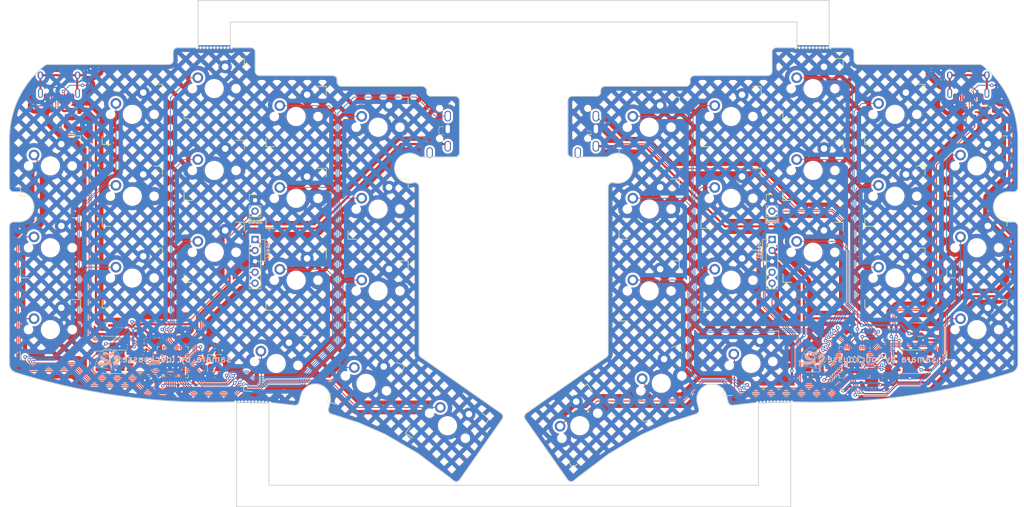
<source format=kicad_pcb>
(kicad_pcb (version 20221018) (generator pcbnew)
  (layers (0 "F.Cu" signal) (31 "B.Cu" signal) (34 "B.Paste" user) (35 "F.Paste" user) (36 "B.SilkS" user "B.Silkscreen") (37 "F.SilkS" user "F.Silkscreen") (38 "B.Mask" user) (39 "F.Mask" user) (44 "Edge.Cuts" user))
  (net 0 "")
  (net 1 "+1V1")
  (net 2 "GND")
  (net 3 "+3V3")
  (net 4 "XTAL_IN")
  (net 5 "Net-(C_Crystal2-Pad2)")
  (net 6 "L_XTAL_IN")
  (net 7 "+5V")
  (net 8 "GNDREF")
  (net 9 "VCC")
  (net 10 "RESET")
  (net 11 "SWDIO")
  (net 12 "SWCLK")
  (net 13 "MX1")
  (net 14 "MX2")
  (net 15 "MX3")
  (net 16 "MX4")
  (net 17 "MX5")
  (net 18 "MX6")
  (net 19 "MX7")
  (net 20 "MX8")
  (net 21 "MX9")
  (net 22 "MX10")
  (net 23 "MX11")
  (net 24 "MX12")
  (net 25 "MX13")
  (net 26 "MX14")
  (net 27 "MX15")
  (net 28 "MX16")
  (net 29 "MX17")
  (net 30 "MX18")
  (net 31 "XTAL_OUT")
  (net 32 "D+")
  (net 34 "D-")
  (net 35 "Net-(J3-CC2)")
  (net 36 "Net-(L_C_Crystal2-Pad2)")
  (net 37 "L_RESET")
  (net 38 "Net-(R_Flash1-Pad1)")
  (net 39 "CS")
  (net 40 "L_SWDIO")
  (net 41 "L_SWCLK")
  (net 42 "L_XTAL_OUT")
  (net 43 "SD1")
  (net 44 "SD2")
  (net 45 "SD0")
  (net 46 "QSPI_CLK")
  (net 47 "SD3")
  (net 48 "L_D+")
  (net 50 "L_D-")
  (net 51 "Net-(J3-CC1)")
  (net 52 "Net-(L_R_Flash1-Pad1)")
  (net 53 "L_CS")
  (net 54 "L_SD1")
  (net 55 "L_SD2")
  (net 56 "L_SD0")
  (net 57 "L_QSPI_CLK")
  (net 58 "L_SD3")
  (net 59 "L_MX1")
  (net 60 "L_MX2")
  (net 61 "L_MX3")
  (net 62 "L_MX4")
  (net 63 "L_MX5")
  (net 64 "L_MX6")
  (net 65 "L_MX7")
  (net 66 "L_MX8")
  (net 67 "L_MX9")
  (net 68 "L_MX10")
  (net 69 "L_MX11")
  (net 70 "L_MX12")
  (net 71 "L_MX13")
  (net 72 "L_MX14")
  (net 73 "L_MX15")
  (net 74 "L_MX16")
  (net 75 "L_MX17")
  (net 76 "L_MX18")
  (net 85 "SERIAL")
  (net 87 "L_SERIAL")
  (net 93 "Net-(L_J3-CC2)")
  (net 95 "Net-(L_J3-CC1)")
  (net 96 "Net-(L_U2-D-)")
  (net 97 "Net-(L_U2-D+)")
  (net 109 "Net-(U2-D-)")
  (net 110 "Net-(U2-D+)")
  (footprint "Capacitor_SMD:C_0402_1005Metric" (layer "F.Cu") (at 223.393 124.968 -90)
    (fp_text reference "C_3V-Dec9")
    (fp_text value ".1u")
  )
  (footprint "Capacitor_SMD:C_0402_1005Metric" (layer "F.Cu") (at 54.483 118.872 180)
    (fp_text reference "L_C_1V-Dec3")
    (fp_text value ".1u")
  )
  (footprint "parts:mx_1u" (layer "F.Cu") (at 248.377582 73.294053)
    (fp_text reference "MX5")
    (fp_text value "key_switch" hide)
  )
  (footprint "Capacitor_SMD:C_0402_1005Metric" (layer "F.Cu") (at 227.203 117.348)
    (fp_text reference "C_1V-Dec2")
    (fp_text value ".1u")
  )
  (footprint "parts:mx_1u" (layer "F.Cu") (at 125.27151 133.767914 -34.997)
    (fp_text reference "MX36")
    (fp_text value "key_switch" hide)
  )
  (footprint "Resistor_SMD:R_0402_1005Metric" (layer "F.Cu") (at 226.949 113.411 -90)
    (fp_text reference "R_Flash1")
    (fp_text value "1k")
  )
  (footprint "Resistor_SMD:R_0402_1005Metric" (layer "F.Cu") (at 41.148 51.054 90)
    (fp_text reference "L_R_Shield1")
    (fp_text value "1M")
  )
  (footprint "Capacitor_SMD:C_0402_1005Metric" (layer "F.Cu") (at 58.682 113.284 90)
    (fp_text reference "L_C_3V-Dec8")
    (fp_text value ".1u")
  )
  (footprint "parts:mx_1u" (layer "F.Cu") (at 51.978287 99.394053)
    (fp_text reference "MX30")
    (fp_text value "key_switch" hide)
  )
  (footprint "parts:TRRS-PJ320A" (layer "F.Cu") (at 123.428287 64.671053 -90)
    (fp_text reference "L_J1")
    (fp_text value "AudioJack4" hide)
  )
  (footprint "Capacitor_SMD:C_0402_1005Metric" (layer "F.Cu") (at 210.185 122.428)
    (fp_text reference "C_Crystal2")
    (fp_text value "22pF")
  )
  (footprint "Crystal:Crystal_SMD_3225-4Pin_3.2x2.5mm" (layer "F.Cu") (at 71.12 119.242 -90)
    (fp_text reference "L_Y1")
    (fp_text value "12MHz")
  )
  (footprint "parts:mx_1u" (layer "F.Cu") (at 109.128287 102.394053)
    (fp_text reference "MX33")
    (fp_text value "key_switch" hide)
  )
  (footprint "Package_TO_SOT_SMD:SOT-143" (layer "F.Cu") (at 246.888 60.746)
    (fp_text reference "U3")
    (fp_text value "PRTR5V0U2X")
  )
  (footprint "Capacitor_SMD:C_0402_1005Metric" (layer "F.Cu") (at 71.12 116.194 180)
    (fp_text reference "L_C_Crystal2")
    (fp_text value "22pF")
  )
  (footprint "Package_TO_SOT_SMD:SOT-143" (layer "F.Cu") (at 34.417 60.746)
    (fp_text reference "L_U3")
    (fp_text value "PRTR5V0U2X")
  )
  (footprint "parts:mx_1u" (layer "F.Cu") (at 229.327582 80.344053)
    (fp_text reference "MX9")
    (fp_text value "key_switch" hide)
  )
  (footprint "parts:mx_1u" (layer "F.Cu") (at 32.928287 111.394053)
    (fp_text reference "MX29")
    (fp_text value "key_switch" hide)
  )
  (footprint "Resistor_SMD:R_0402_1005Metric" (layer "F.Cu") (at 41.529 54.015 90)
    (fp_text reference "L_R_USB1")
    (fp_text value "5k1")
  )
  (footprint "Capacitor_SMD:C_0402_1005Metric" (layer "F.Cu") (at 239.141 113.411 -90)
    (fp_text reference "C_3V-Dec1")
    (fp_text value "10u")
  )
  (footprint "Capacitor_SMD:C_0402_1005Metric" (layer "F.Cu") (at 71.12 122.163)
    (fp_text reference "L_C_Crystal1")
    (fp_text value "22pF")
  )
  (footprint "Crystal:Crystal_SMD_3225-4Pin_3.2x2.5mm" (layer "F.Cu") (at 210.184359 119.241914 90)
    (fp_text reference "Y1")
    (fp_text value "12MHz")
  )
  (footprint "parts:mx_1u" (layer "F.Cu") (at 248.377582 92.344053)
    (fp_text reference "MX10")
    (fp_text value "key_switch" hide)
  )
  (footprint "parts:RP2040-QFN-56" (layer "F.Cu") (at 219.924359 118.987914 -90)
    (fp_text reference "U2")
    (fp_text value "RP2040")
  )
  (footprint "parts:TRRS-PJ320A" (layer "F.Cu") (at 157.877582 64.671053 -90)
    (fp_text reference "J1")
    (fp_text value "AudioJack4" hide)
  )
  (footprint "Resistor_SMD:R_0402_1005Metric" (layer "F.Cu") (at 240.411 53.213 90)
    (fp_text reference "R_Shield1")
    (fp_text value "1M")
  )
  (footprint "Resistor_SMD:R_0402_1005Metric" (layer "F.Cu") (at 240.03 58.674 180)
    (fp_text reference "R_USB2")
    (fp_text value "5k1")
  )
  (footprint "Capacitor_SMD:C_0402_1005Metric" (layer "F.Cu") (at 227.203 118.491)
    (fp_text reference "C_3V-Dec6")
    (fp_text value ".1u")
  )
  (footprint "Capacitor_SMD:C_0402_1005Metric" (layer "F.Cu") (at 237.998 113.411 -90)
    (fp_text reference "CO2")
    (fp_text value "1u")
  )
  (footprint "parts:mx_1u" (layer "F.Cu") (at 210.277582 55.294053)
    (fp_text reference "MX3")
    (fp_text value "key_switch" hide)
  )
  (footprint "parts:mx_1u" (layer "F.Cu") (at 229.327582 99.394053)
    (fp_text reference "MX14")
    (fp_text value "key_switch" hide)
  )
  (footprint "Capacitor_SMD:C_0402_1005Metric" (layer "F.Cu") (at 41.275 59.476 90)
    (fp_text reference "L_CO1")
    (fp_text value "1u")
  )
  (footprint "Resistor_SMD:R_0402_1005Metric" (layer "F.Cu") (at 229.616 111.379 -90)
    (fp_text reference "R_DATA1")
    (fp_text value "27")
  )
  (footprint "parts:mx_1u" (layer "F.Cu") (at 51.978287 61.294053)
    (fp_text reference "MX20")
    (fp_text value "key_switch" hide)
  )
  (footprint "Connector_PinHeader_2.54mm:PinHeader_1x05_P2.54mm_Vertical" (layer "F.Cu") (at 80.518 90.424)
    (fp_text reference "L_J2")
    (fp_text value "SWD")
  )
  (footprint "Resistor_SMD:R_0402_1005Metric" (layer "F.Cu") (at 252.857 54.991 -90)
    (fp_text reference "R_USB1")
    (fp_text value "5k1")
  )
  (footprint "parts:mx_1u" (layer "F.Cu") (at 106.31251 123.899914 -19.997)
    (fp_text reference "MX35")
    (fp_text value "key_switch" hide)
  )
  (footprint "Package_SO:SOIC-8_5.23x5.23mm_P1.27mm" (layer "F.Cu") (at 47.879 118.872)
    (fp_text reference "L_U1")
    (fp_text value "W25Q128JVS")
  )
  (footprint "parts:mx_1u" (layer "F.Cu") (at 210.277582 93.394053)
    (fp_text reference "MX13")
    (fp_text value "key_switch" hide)
  )
  (footprint "Capacitor_SMD:C_0402_1005Metric" (layer "F.Cu") (at 68.326 116.702)
    (fp_text reference "L_C_1V-Dec2")
    (fp_text value ".1u")
  )
  (footprint "Resistor_SMD:R_0402_1005Metric" (layer "F.Cu") (at 64.897 109.22 180)
    (fp_text reference "L_R_Flash1")
    (fp_text value "1k")
  )
  (footprint "Capacitor_SMD:C_0402_1005Metric" (layer "F.Cu") (at 210.185 116.332 180)
    (fp_text reference "C_Crystal1")
    (fp_text value "22pF")
  )
  (footprint "Resistor_SMD:R_0402_1005Metric" (layer "F.Cu") (at 228.473 111.379 -90)
    (fp_text reference "R_DATA2")
    (fp_text value "27")
  )
  (footprint "parts:mx_1u" (layer "F.Cu") (at 85.44551 119.274914 -4.997)
    (fp_text reference "MX34")
    (fp_text value "key_switch" hide)
  )
  (footprint "parts:mx_1u" (layer "F.Cu") (at 90.078287 80.844053)
    (fp_text reference "MX27")
    (fp_text value "key_switch" hide)
  )
  (footprint "Capacitor_SMD:C_0402_1005Metric" (layer "F.Cu") (at 50.8 115.316 180)
    (fp_text reference "L_C_Flash1")
    (fp_text value ".1u")
  )
  (footprint "Capacitor_SMD:C_0402_1005Metric" (layer "F.Cu") (at 50.038 110.871 -90)
    (fp_text reference "L_C_3V-Dec1")
    (fp_text value "10u")
  )
  (footprint "parts:mx_1u" (layer "F.Cu") (at 156.034359 133.767914 34.997)
    (fp_text reference "MX16")
    (fp_text value "key_switch" hide)
  )
  (footprint "Connector_PinHeader_2.54mm:PinHeader_1x05_P2.54mm_Vertical" (layer "F.Cu") (at 200.752582 90.424053)
    (fp_text reference "J2")
    (fp_text value "SWD")
  )
  (footprint "Resistor_SMD:R_0402_1005Metric" (layer "F.Cu") (at 54.737 116.078)
    (fp_text reference "L_R_DATA2")
    (fp_text value "27")
  )
  (footprint "Capacitor_SMD:C_0402_1005Metric" (layer "F.Cu") (at 218.948 125.095 -90)
    (fp_text reference "C_3V-Dec8")
    (fp_text value ".1u")
  )
  (footprint "Capacitor_SMD:C_0402_1005Metric" (layer "F.Cu") (at 237.744 50.927)
    (fp_text reference "C_Shield1")
    (fp_text value "4.7n")
  )
  (footprint "Capacitor_SMD:C_0402_1005Metric" (layer "F.Cu") (at 224.409 124.968 -90)
    (fp_text reference "C_3V-Dec5")
    (fp_text value ".1u")
  )
  (footprint "Capacitor_SMD:C_0402_1005Metric" (layer "F.Cu") (at 226.441 122.174)
    (fp_text reference "C_1V-Dec1")
    (fp_text value "1u")
  )
  (footprint "Capacitor_SMD:C_0402_1005Metric" (layer "F.Cu") (at 62.611 124.841 -90)
    (fp_text reference "L_C_3V-Dec4")
    (fp_text value ".1u")
  )
  (footprint "Resistor_SMD:R_0402_1005Metric" (layer "F.Cu") (at 54.737 115.062)
    (fp_text reference "L_R_DATA1")
    (fp_text value "27")
  )
  (footprint "parts:mx_1u" (layer "F.Cu") (at 191.227582 99.894053)
    (fp_text reference "MX12")
    (fp_text value "key_switch" hide)
  )
  (footprint "parts:mx_1u" (layer "F.Cu") (at 191.227582 80.844053)
    (fp_text reference "MX7")
    (fp_text value "key_switch" hide)
  )
  (footprint "Capacitor_SMD:C_0402_1005Metric" (layer "F.Cu") (at 230.251 122.682)
    (fp_text reference "C_Flash1")
    (fp_text value ".1u")
  )
  (footprint "Capacitor_SMD:C_0402_1005Metric" (layer "F.Cu") (at 62.738 112.522 90)
    (fp_text reference "L_C_3V-Dec3")
    (fp_text value ".1u")
  )
  (footprint "parts:RP2040-QFN-56" (layer "F.Cu") (at 61.38 118.988 90)
    (fp_text reference "L_U2")
    (fp_text value "RP2040")
  )
  (footprint "parts:mx_1u" (layer "F.Cu") (at 90.078287 61.794053)
    (fp_text reference "MX22")
    (fp_text value "key_switch" hide)
  )
  (footprint "Capacitor_SMD:C_0402_1005Metric" (layer "F.Cu") (at 254.635 59.73 90)
    (fp_text reference "CO1")
    (fp_text value "1u")
  )
  (footprint "parts:mx_1u" (layer "F.Cu") (at 51.978287 80.344053)
    (fp_text reference "MX25")
    (fp_text value "key_switch" hide)
  )
  (footprint "Capacitor_SMD:C_0402_1005Metric" (layer "F.Cu") (at 223.012 114.046)
    (fp_text reference "C_3V-Dec4")
    (fp_text value ".1u")
  )
  (footprint "parts:mx_1u" (layer "F.Cu") (at 109.128287 83.344053)
    (fp_text reference "MX28")
    (fp_text value "key_switch" hide)
  )
  (footprint "parts:mx_1u" (layer "F.Cu") (at 195.860359 119.274914 4.997)
    (fp_text reference "MX18")
    (fp_text value "key_switch" hide)
  )
  (footprint "Resistor_SMD:R_0402_1005Metric" (layer "F.Cu") (at 68.326 118.988 180)
    (fp_text reference "L_R_Crystal1")
    (fp_text value "1k")
  )
  (footprint "Resistor_SMD:R_0402_1005Metric" (layer "F.Cu") (at 28.956 59.309 180)
    (fp_text reference "L_R_USB2")
    (fp_text value "5k1")
  )
  (footprint "Capacitor_SMD:C_0402_1005Metric" (layer "F.Cu") (at 212.979 120.269 180)
    (fp_text reference "C_3V-Dec3")
    (fp_text value ".1u")
  )
  (footprint "Connector_PinHeader_2.54mm:PinHeader_1x02_P2.54mm_Vertical" (layer "F.Cu") (at 200.717 81.275)
    (fp_text reference "SW1")
    (fp_text value "Boot")
  )
  (footprint "Resistor_SMD:R_0402_1005Metric" (layer "F.Cu") (at 67.056 111.379 -90)
    (fp_text reference "R_RST2")
    (fp_text value "1k")
  )
  (footprint "parts:mx_1u" (layer "F.Cu") (at 172.177582 102.394053)
    (fp_text reference "MX11")
    (fp_text value "key_switch" hide)
  )
  (footprint "parts:mx_1u" (layer "F.Cu") (at 71.028287 74.344053)
    (fp_text reference "MX26")
    (fp_text value "key_switch" hide)
  )
  (footprint "parts:mx_1u" (layer "F.Cu") (at 90.078287 99.894053)
    (fp_text reference "MX32")
    (fp_text value "key_switch" hide)
  )
  (footprint "Resistor_SMD:R_0402_1005Metric" (layer "F.Cu") (at 205.867 122.428)
    (fp_text reference "R_RST1")
    (fp_text value "1k")
  )
  (footprint "Capacitor_SMD:C_0402_1005Metric" (layer "F.Cu") (at 212.979 121.793 180)
    (fp_text reference "C_1V-Dec3")
    (fp_text value ".1u")
  )
  (footprint "Capacitor_SMD:C_0402_1005Metric" (layer "F.Cu") (at 54.737 113.919 180)
    (fp_text reference "L_C_1V-Dec1")
    (fp_text value "1u")
  )
  (footprint "parts:mx_1u" (layer "F.Cu") (at 172.177582 64.294053)
    (fp_text reference "MX1")
    (fp_text value "key_switch" hide)
  )
  (footprint "parts:mx_1u" (layer "F.Cu") (at 109.128287 64.294053)
    (fp_text reference "MX23")
    (fp_text value "key_switch" hide)
  )
  (footprint "parts:mx_1u" (layer "F.Cu") (at 32.928287 73.294053)
    (fp_text reference "MX19")
    (fp_text value "key_switch" hide)
  )
  (footprint "parts:mx_1u" (layer "F.Cu") (at 71.028287 55.294053)
    (fp_text reference "MX21")
    (fp_text value "key_switch" hide)
  )
  (footprint "Package_TO_SOT_SMD:SOT-23" (layer "F.Cu") (at 235.203359 111.378914)
    (fp_text reference "U4")
    (fp_text value "XC6206PxxxMR")
  )
  (footprint "Package_SO:SOIC-8_5.23x5.23mm_P1.27mm" (layer "F.Cu") (at 233.425359 118.871914 180)
    (fp_text reference "U1")
    (fp_text value "W25Q128JVS")
  )
  (footprint "Capacitor_SMD:C_0402_1005Metric" (layer "F.Cu") (at 55.245 112.903 180)
    (fp_text reference "L_CO2")
    (fp_text value "1u")
  )
  (footprint "parts:mx_1u" (layer "F.Cu") (at 210.277582 74.344053)
    (fp_text reference "MX8")
    (fp_text value "key_switch" hide)
  )
  (footprint "Capacitor_SMD:C_0402_1005Metric" (layer "F.Cu") (at 44.069 50.8 180)
    (fp_text reference "L_C_Shield1")
    (fp_text value "4.7n")
  )
  (footprint "Capacitor_SMD:C_0402_1005Metric" (layer "F.Cu") (at 48.768 110.871 -90)
    (fp_text reference "L_C_3V-Dec2")
    (fp_text value "1u")
  )
  (footprint "Package_TO_SOT_SMD:SOT-23" (layer "F.Cu") (at 46.101 111.379 180)
    (fp_text reference "L_U4")
    (fp_text value "XC6206PxxxMR")
  )
  (footprint "parts:mx_1u" (layer "F.Cu") (at 174.993359 123.899914 19.997)
    (fp_text reference "MX17")
    (fp_text value "key_switch" hide)
  )
  (footprint "parts:mx_1u" (layer "F.Cu") (at 71.028287 93.394053)
    (fp_text reference "MX31")
    (fp_text value "key_switch" hide)
  )
  (footprint "parts:mx_1u" (layer "F.Cu") (at 191.227582 61.794053)
    (fp_text reference "MX2")
    (fp_text value "key_switch" hide)
  )
  (footprint "Capacitor_SMD:C_0402_1005Metric" (layer "F.Cu") (at 218.948 112.522 90)
    (fp_text reference "C_3V-Dec7")
    (fp_text value ".1u")
  )
  (footprint "parts:HRO-TYPE-C-31-M-12-Assembly" (layer "F.Cu") (at 246.377582 49.581553 180)
    (fp_text reference "J3")
    (fp_text value "USB_C_Receptacle_USB2.0")
  )
  (footprint "parts:mx_1u" (layer "F.Cu") (at 229.327582 61.294053)
    (fp_text reference "MX4")
    (fp_text value "key_switch" hide)
  )
  (footprint "Capacitor_SMD:C_0402_1005Metric" (layer "F.Cu") (at 56.896 123.698 180)
    (fp_text reference "L_C_3V-Dec5")
    (fp_text value ".1u")
  )
  (footprint "Capacitor_SMD:C_0402_1005Metric" (layer "F.Cu") (at 57.666 113.284 90)
    (fp_text reference "L_C_3V-Dec9")
    (fp_text value ".1u")
  )
  (footprint "Capacitor_SMD:C_0402_1005Metric" (layer "F.Cu") (at 225.552 123.19)
    (fp_text reference "C_3V-Dec2")
    (fp_text value "1u")
  )
  (footprint "Resistor_SMD:R_0402_1005Metric" (layer "F.Cu") (at 212.979 119.253)
    (fp_text reference "R_Crystal1")
    (fp_text value "1k")
  )
  (footprint "Capacitor_SMD:C_0402_1005Metric" (layer "F.Cu") (at 68.326 117.845)
    (fp_text reference "L_C_3V-Dec7")
    (fp_text value ".1u")
  )
  (footprint "Fuse:Fuse_0805_2012Metric" (layer "F.Cu") (at 38.735 60.492)
    (fp_text reference "L_F1")
    (fp_text value "500mA")
  )
  (footprint "Capacitor_SMD:C_0402_1005Metric" (layer "F.Cu") (at 54.483 117.602 180)
    (fp_text reference "L_C_3V-Dec6")
    (fp_text value ".1u")
  )
  (footprint "Connector_PinHeader_2.54mm:PinHeader_1x02_P2.54mm_Vertical" (layer "F.Cu") (at 80.518 81.275)
    (fp_text reference "L_SW1")
    (fp_text value "Boot")
  )
  (footprint "parts:mx_1u" (layer "F.Cu") (at 248.377582 111.394053)
    (fp_text reference "MX15")
    (fp_text value "key_switch" hide)
  )
  (footprint "parts:mx_1u" (layer "F.Cu") (at 32.928287 92.344053)
    (fp_text reference "MX24")
    (fp_text value "key_switch" hide)
  )
  (footprint "parts:HRO-TYPE-C-31-M-12-Assembly" (layer "F.Cu") (at 34.928287 49.581553 180)
    (fp_text reference "L_J3")
    (fp_text value "USB_C_Receptacle_USB2.0")
  )
  (footprint "parts:mx_1u" (layer "F.Cu") (at 172.177582 83.344053)
    (fp_text reference "MX6")
    (fp_text value "key_switch" hide)
  )
  (footprint "Fuse:Fuse_0805_2012Metric" (layer "F.Cu") (at 251.46 60.238)
    (fp_text reference "F1")
    (fp_text value "500mA")
  )
  (footprint "parts:lck" (layer "B.Cu") (at 46.355 118.237 180)
    (fp_text reference "G***")
    (fp_text value "LCK" hide)
  )
  (footprint "parts:lck" (layer "B.Cu") (at 210.185 117.983 180)
    (fp_text reference "G***")
    (fp_text value "LCK" hide)
  )
  (gr_line (start 82.804 95.504) (end 80.645 95.504) (stroke (width 0.15)) (layer "B.SilkS"))
  (gr_line (start 80.645 90.424) (end 82.804 90.424) (stroke (width 0.15)) (layer "B.SilkS"))
  (gr_line (start 198.515 95.505474) (end 198.515 90.424527) (stroke (width 0.15)) (layer "B.SilkS"))
  (gr_line (start 198.515 95.505474) (end 200.674 95.505) (stroke (width 0.15)) (layer "B.SilkS"))
  (gr_line (start 82.804 90.424) (end 82.804 95.504) (stroke (width 0.15)) (layer "B.SilkS"))
  (gr_line (start 198.515 90.424527) (end 200.674 90.425) (stroke (width 0.15)) (layer "B.SilkS"))
  (gr_line (start 200.752582 90.424053) (end 198.515 90.424527) (stroke (width 0.15)) (layer "F.SilkS"))
  (gr_line (start 198.515 90.424527) (end 198.515 95.505474) (stroke (width 0.15)) (layer "F.SilkS"))
  (gr_line (start 80.694287 95.498053) (end 82.804 95.504) (stroke (width 0.15)) (layer "F.SilkS"))
  (gr_line (start 198.515 95.505474) (end 200.752582 95.499053) (stroke (width 0.15)) (layer "F.SilkS"))
  (gr_line (start 82.804 95.504) (end 82.804 90.424) (stroke (width 0.15)) (layer "F.SilkS"))
  (gr_line (start 82.804 90.424) (end 80.694287 90.423053) (stroke (width 0.15)) (layer "F.SilkS"))
  (gr_line (start 24.403 86.32) (end 25.603 86.32) (stroke (width 0.2)) (layer "Edge.Cuts"))
  (gr_line (start 190.546048 128.27726) (end 190.142994 126.700454) (stroke (width 0.2)) (layer "Edge.Cuts"))
  (gr_line (start 194.433976 128.678907) (end 197.082105 128.403409) (stroke (width 0.2)) (layer "Edge.Cuts"))
  (gr_arc (start 154.680357 146.528836) (mid 153.904253 146.761596) (end 153.210486 146.343025) (stroke (width 0.2)) (layer "Edge.Cuts"))
  (gr_line (start 205.081455 147.631787) (end 205.081455 128.20891) (stroke (width 0.2)) (layer "Edge.Cuts"))
  (gr_arc (start 23.403 87.32) (mid 23.695893 86.612893) (end 24.403 86.32) (stroke (width 0.2)) (layer "Edge.Cuts"))
  (gr_line (start 181.702545 53.77) (end 181.702545 53.27) (stroke (width 0.2)) (layer "Edge.Cuts"))
  (gr_line (start 125.815133 145.834693) (end 126.625189 146.528836) (stroke (width 0.2)) (layer "Edge.Cuts"))
  (gr_arc (start 79.553 45.77) (mid 80.260106 46.062894) (end 80.553 46.77) (stroke (width 0.2)) (layer "Edge.Cuts"))
  (gr_arc (start 220.802545 49.682003) (mid 220.095439 49.389109) (end 219.802545 48.682003) (stroke (width 0.2)) (layer "Edge.Cuts"))
  (gr_line (start 137.717617 130.855468) (end 119.07947 117.806491) (stroke (width 0.2)) (layer "Edge.Cuts"))
  (gr_line (start 170.469131 135.796646) (end 176.651434 133.073851) (stroke (width 0.2)) (layer "Edge.Cuts"))
  (gr_arc (start 183.71656 129.824821) (mid 183.609579 130.579603) (end 183.001731 131.039671) (stroke (width 0.2)) (layer "Edge.Cuts"))
  (gr_line (start 125.815132 145.834693) (end 118.461834 140.257949) (stroke (width 0.2)) (layer "Edge.Cuts"))
  (gr_circle (center 202.131312 128.167848) (end 202.381312 128.167848) (stroke (width 0.2)) (fill none) (layer "Edge.Cuts"))
  (gr_line (start 143.587928 130.855468) (end 162.226075 117.806491) (stroke (width 0.2)) (layer "Edge.Cuts"))
  (gr_arc (start 249.674607 49.901162) (mid 255.738794 57.524011) (end 257.902545 67.021399) (stroke (width 0.2)) (layer "Edge.Cuts"))
  (gr_arc (start 162.652545 116.987306) (mid 162.539543 117.44908) (end 162.226075 117.806491) (stroke (width 0.2)) (layer "Edge.Cuts"))
  (gr_arc (start 183.36105 128.434014) (mid 185.885242 124.176261) (end 190.142994 126.700454) (stroke (width 0.2)) (layer "Edge.Cuts"))
  (gr_circle (center 81.574233 128.23592) (end 81.824233 128.23592) (stroke (width 0.2)) (fill none) (layer "Edge.Cuts"))
  (gr_line (start 74.778 45.77) (end 74.778 39.77) (stroke (width 0.2)) (layer "Edge.Cuts"))
  (gr_line (start 256.902545 86.32) (end 255.702545 86.32) (stroke (width 0.2)) (layer "Edge.Cuts"))
  (gr_line (start 67.278 34.77) (end 214.027545 34.77) (stroke (width 0.2)) (layer "Edge.Cuts"))
  (gr_circle (center 69.428 45.77) (end 69.678 45.77) (stroke (width 0.2)) (fill none) (layer "Edge.Cuts"))
  (gr_line (start 119.413647 54.77) (end 100.603 54.77) (stroke (width 0.2)) (layer "Edge.Cuts"))
  (gr_circle (center 73.428 45.77) (end 73.678 45.77) (stroke (width 0.2)) (fill none) (layer "Edge.Cuts"))
  (gr_line (start 23.403 87.32) (end 23.403 119.396572) (stroke (width 0.2)) (layer "Edge.Cuts"))
  (gr_line (start 97.588985 129.824821) (end 97.944495 128.434014) (stroke (width 0.2)) (layer "Edge.Cuts"))
  (gr_arc (start 81.553 52.27) (mid 80.845893 51.977107) (end 80.553 51.27) (stroke (width 0.2)) (layer "Edge.Cuts"))
  (gr_arc (start 257.902545 119.396572) (mid 257.497841 120.62979) (end 256.441139 121.383454) (stroke (width 0.2)) (layer "Edge.Cuts"))
  (gr_circle (center 198.931312 128.276263) (end 199.181312 128.276263) (stroke (width 0.2)) (fill none) (layer "Edge.Cuts"))
  (gr_line (start 214.027545 45.77) (end 214.027545 39.77) (stroke (width 0.2)) (layer "Edge.Cuts"))
  (gr_line (start 61.503 48.682003) (end 61.503 46.77) (stroke (width 0.2)) (layer "Edge.Cuts"))
  (gr_circle (center 207.877545 45.77) (end 208.127545 45.77) (stroke (width 0.2)) (fill none) (layer "Edge.Cuts"))
  (gr_circle (center 77.574233 128.166523) (end 77.824233 128.166523) (stroke (width 0.2)) (fill none) (layer "Edge.Cuts"))
  (gr_circle (center 204.531312 128.179071) (end 204.781312 128.179071) (stroke (width 0.2)) (fill none) (layer "Edge.Cuts"))
  (gr_line (start 183.71656 129.824821) (end 183.36105 128.434014) (stroke (width 0.2)) (layer "Edge.Cuts"))
  (gr_arc (start 218.802545 45.77) (mid 219.509654 46.062892) (end 219.802545 46.77) (stroke (width 0.2)) (layer "Edge.Cuts"))
  (gr_line (start 257.902545 78.32) (end 257.902545 67.021399) (stroke (width 0.2)) (layer "Edge.Cuts"))
  (gr_arc (start 160.891898 56.076172) (mid 160.599005 56.783279) (end 159.891898 57.076172) (stroke (width 0.2)) (layer "Edge.Cuts"))
  (gr_circle (center 79.174233 128.167848) (end 79.424233 128.167848) (stroke (width 0.2)) (fill none) (layer "Edge.Cuts"))
  (gr_line (start 128.053 70.220192) (end 128.053 58.076172) (stroke (width 0.2)) (layer "Edge.Cuts"))
  (gr_circle (center 202.931312 128.162782) (end 203.181312 128.162782) (stroke (width 0.2)) (fill none) (layer "Edge.Cuts"))
  (gr_line (start 154.252545 57.076172) (end 159.891898 57.076172) (stroke (width 0.2)) (layer "Edge.Cuts"))
  (gr_circle (center 78.374233 128.162782) (end 78.624233 128.162782) (stroke (width 0.2)) (fill none) (layer "Edge.Cuts"))
  (gr_line (start 98.603 52.27) (end 81.553 52.27) (stroke (width 0.2)) (layer "Edge.Cuts"))
  (gr_arc (start 98.603 52.27) (mid 99.310106 52.562894) (end 99.603 53.27) (stroke (width 0.2)) (layer "Edge.Cuts"))
  (gr_circle (center 211.877545 45.77) (end 212.127545 45.77) (stroke (width 0.2)) (fill none) (layer "Edge.Cuts"))
  (gr_arc (start 75.724377 128.20891) (mid 50.005252 126.950709) (end 24.864406 121.383454) (stroke (width 0.2)) (layer "Edge.Cuts"))
  (gr_arc (start 67.278 45.77) (mid 67.028 46.02) (end 66.778 45.77) (stroke (width 0.2)) (layer "Edge.Cuts"))
  (gr_arc (start 256.902545 86.32) (mid 257.609662 86.612881) (end 257.902545 87.32) (stroke (width 0.2)) (layer "Edge.Cuts"))
  (gr_line (start 218.802545 45.77) (end 214.527545 45.77) (stroke (width 0.2)) (layer "Edge.Cuts"))
  (gr_circle (center 72.628 45.77) (end 72.878 45.77) (stroke (width 0.2)) (fill none) (layer "Edge.Cuts"))
  (gr_arc (start 23.403 67.021399) (mid 25.566751 57.524011) (end 31.630938 49.901162) (stroke (width 0.2)) (layer "Edge.Cuts"))
  (gr_circle (center 199.731312 128.23592) (end 199.981312 128.23592) (stroke (width 0.2)) (fill none) (layer "Edge.Cuts"))
  (gr_circle (center 210.277545 45.77) (end 210.527545 45.77) (stroke (width 0.2)) (fill none) (layer "Edge.Cuts"))
  (gr_line (start 76.22409 152.631787) (end 205.081455 152.631787) (stroke (width 0.2)) (layer "Edge.Cuts"))
  (gr_arc (start 154.252545 71.220192) (mid 153.545439 70.927298) (end 153.252545 70.220192) (stroke (width 0.2)) (layer "Edge.Cuts"))
  (gr_line (start 110.836414 135.796646) (end 104.654111 133.073851) (stroke (width 0.2)) (layer "Edge.Cuts"))
  (gr_arc (start 75.278 45.77) (mid 75.028 46.02) (end 74.778 45.77) (stroke (width 0.2)) (layer "Edge.Cuts"))
  (gr_circle (center 82.374233 128.276263) (end 82.624233 128.276263) (stroke (width 0.2)) (fill none) (layer "Edge.Cuts"))
  (gr_line (start 155.490412 145.834693) (end 154.680357 146.528836) (stroke (width 0.2)) (layer "Edge.Cuts"))
  (gr_arc (start 128.095059 146.343025) (mid 127.401292 146.761596) (end 126.625189 146.528836) (stroke (width 0.2)) (layer "Edge.Cuts"))
  (gr_arc (start 255.702545 86.32) (mid 252.202548 82.82) (end 255.702545 79.32) (stroke (width 0.2)) (layer "Edge.Cuts"))
  (gr_line (start 162.652545 78.15705) (end 162.652545 116.987306) (stroke (width 0.2)) (layer "Edge.Cuts"))
  (gr_circle (center 71.028 45.77) (end 71.278 45.77) (stroke (width 0.2)) (fill none) (layer "Edge.Cuts"))
  (gr_arc (start 137.717617 130.855468) (mid 138.128886 131.50095) (end 137.96327 132.248186) (stroke (width 0.2)) (layer "Edge.Cuts"))
  (gr_circle (center 200.531312 128.204411) (end 200.781312 128.204411) (stroke (width 0.2)) (fill none) (layer "Edge.Cuts"))
  (gr_line (start 67.278 45.77) (end 67.278 39.77) (stroke (width 0.2)) (layer "Edge.Cuts"))
  (gr_arc (start 206.527545 45.77) (mid 206.277545 46.02) (end 206.027545 45.77) (stroke (width 0.2)) (layer "Edge.Cuts"))
  (gr_circle (center 83.174233 128.325453) (end 83.424233 128.325453) (stroke (width 0.2)) (fill none) (layer "Edge.Cuts"))
  (gr_line (start 118.653 78.15705) (end 118.653 116.987306) (stroke (width 0.2)) (layer "Edge.Cuts"))
  (gr_arc (start 24.403 79.32) (mid 23.695893 79.027107) (end 23.403 78.32) (stroke (width 0.2)) (layer "Edge.Cuts"))
  (gr_arc (start 119.153255 71.220192) (mid 118.836993 71.168864) (end 118.553198 71.020149) (stroke (width 0.2)) (layer "Edge.Cuts"))
  (gr_line (start 220.802545 49.682003) (end 249.049877 49.682003) (stroke (width 0.2)) (layer "Edge.Cuts"))
  (gr_arc (start 117.386333 77.193261) (mid 118.25853 77.361227) (end 118.653 78.15705) (stroke (width 0.2)) (layer "Edge.Cuts"))
  (gr_line (start 200.752545 51.27) (end 200.752545 46.77) (stroke (width 0.2)) (layer "Edge.Cuts"))
  (gr_circle (center 211.077545 45.77) (end 211.327545 45.77) (stroke (width 0.2)) (fill none) (layer "Edge.Cuts"))
  (gr_arc (start 25.603 79.32) (mid 29.103 82.82) (end 25.603 86.32) (stroke (width 0.2)) (layer "Edge.Cuts"))
  (gr_circle (center 213.477545 45.77) (end 213.727545 45.77) (stroke (width 0.2)) (fill none) (layer "Edge.Cuts"))
  (gr_circle (center 67.828 45.77) (end 68.078 45.77) (stroke (width 0.2)) (fill none) (layer "Edge.Cuts"))
  (gr_arc (start 143.342275 132.248186) (mid 143.176659 131.50095) (end 143.587928 130.855468) (stroke (width 0.2)) (layer "Edge.Cuts"))
  (gr_circle (center 80.774233 128.204411) (end 81.024233 128.204411) (stroke (width 0.2)) (fill none) (layer "Edge.Cuts"))
  (gr_line (start 161.891898 54.77) (end 180.702545 54.77) (stroke (width 0.2)) (layer "Edge.Cuts"))
  (gr_line (start 80.553 51.27) (end 80.553 46.77) (stroke (width 0.2)) (layer "Edge.Cuts"))
  (gr_arc (start 257.902545 78.32) (mid 257.609667 79.027124) (end 256.902545 79.32) (stroke (width 0.2)) (layer "Edge.Cuts"))
  (gr_line (start 182.702545 52.27) (end 199.752545 52.27) (stroke (width 0.2)) (layer "Edge.Cuts"))
  (gr_arc (start 31.630938 49.901162) (mid 31.92464 49.738382) (end 32.255668 49.682003) (stroke (width 0.2)) (layer "Edge.Cuts"))
  (gr_arc (start 249.049877 49.682003) (mid 249.380908 49.738377) (end 249.674607 49.901162) (stroke (width 0.2)) (layer "Edge.Cuts"))
  (gr_arc (start 119.07947 117.806491) (mid 118.766002 117.44908) (end 118.653 116.987306) (stroke (width 0.2)) (layer "Edge.Cuts"))
  (gr_arc (start 191.650637 129.020354) (mid 190.956718 128.859329) (end 190.546048 128.27726) (stroke (width 0.2)) (layer "Edge.Cuts"))
  (gr_circle (center 209.477545 45.77) (end 209.727545 45.77) (stroke (width 0.2)) (fill none) (layer "Edge.Cuts"))
  (gr_line (start 60.503 49.682003) (end 32.255668 49.682003) (stroke (width 0.2)) (layer "Edge.Cuts"))
  (gr_line (start 197.580518 147.631787) (end 83.725027 147.631787) (stroke (width 0.2)) (layer "Edge.Cuts"))
  (gr_line (start 160.891898 56.076172) (end 160.891898 55.77) (stroke (width 0.2)) (layer "Edge.Cuts"))
  (gr_line (start 155.490413 145.834693) (end 162.843711 140.257949) (stroke (width 0.2)) (layer "Edge.Cuts"))
  (gr_arc (start 128.053 70.220192) (mid 127.760106 70.927298) (end 127.053 71.220192) (stroke (width 0.2)) (layer "Edge.Cuts"))
  (gr_line (start 137.96327 132.248186) (end 128.095059 146.343025) (stroke (width 0.2)) (layer "Edge.Cuts"))
  (gr_line (start 257.902545 87.32) (end 257.902545 119.396572) (stroke (width 0.2)) (layer "Edge.Cuts"))
  (gr_line (start 90.759497 128.27726) (end 91.162551 126.700454) (stroke (width 0.2)) (layer "Edge.Cuts"))
  (gr_arc (start 75.724377 128.20891) (mid 75.974233 127.950431) (end 76.22409 128.20891) (stroke (width 0.2)) (layer "Edge.Cuts"))
  (gr_arc (start 90.759497 128.27726) (mid 90.348827 128.859329) (end 89.654908 129.020354) (stroke (width 0.2)) (layer "Edge.Cuts"))
  (gr_arc (start 24.864406 121.383454) (mid 23.807695 120.629801) (end 23.403 119.396572) (stroke (width 0.2)) (layer "Edge.Cuts"))
  (gr_arc (start 181.702545 53.27) (mid 181.995439 52.562894) (end 182.702545 52.27) (stroke (width 0.2)) (layer "Edge.Cuts"))
  (gr_arc (start 162.752347 71.020149) (mid 168.291644 73.169928) (end 163.919212 77.193261) (stroke (width 0.2)) (layer "Edge.Cuts"))
  (gr_line (start 99.603 53.77) (end 99.603 53.27) (stroke (width 0.2)) (layer "Edge.Cuts"))
  (gr_circle (center 68.628 45.77) (end 68.878 45.77) (stroke (width 0.2)) (fill none) (layer "Edge.Cuts"))
  (gr_arc (start 121.413647 57.076172) (mid 120.70654 56.783279) (end 120.413647 56.076172) (stroke (width 0.2)) (layer "Edge.Cuts"))
  (gr_arc (start 197.082105 128.403409) (mid 197.331312 128.133509) (end 197.580518 128.403409) (stroke (width 0.2)) (layer "Edge.Cuts"))
  (gr_arc (start 127.053 57.076172) (mid 127.760106 57.369066) (end 128.053 58.076172) (stroke (width 0.2)) (layer "Edge.Cuts"))
  (gr_circle (center 70.228 45.77) (end 70.478 45.77) (stroke (width 0.2)) (fill none) (layer "Edge.Cuts"))
  (gr_circle (center 198.131312 128.325453) (end 198.381312 128.325453) (stroke (width 0.2)) (fill none) (layer "Edge.Cuts"))
  (gr_circle (center 74.228 45.77) (end 74.478 45.77) (stroke (width 0.2)) (fill none) (layer "Edge.Cuts"))
  (gr_line (start 256.902545 79.32) (end 255.702545 79.32) (stroke (width 0.2)) (layer "Edge.Cuts"))
  (gr_arc (start 200.752545 46.77) (mid 201.045453 46.06291) (end 201.752545 45.77) (stroke (width 0.2)) (layer "Edge.Cuts"))
  (gr_arc (start 200.752545 51.27) (mid 200.459652 51.977106) (end 199.752545 52.27) (stroke (width 0.2)) (layer "Edge.Cuts"))
  (gr_line (start 62.503 45.77) (end 66.778 45.77) (stroke (width 0.2)) (layer "Edge.Cuts"))
  (gr_line (start 206.527545 39.77) (end 74.778 39.77) (stroke (width 0.2)) (layer "Edge.Cuts"))
  (gr_circle (center 79.974233 128.181723) (end 80.224233 128.181723) (stroke (width 0.2)) (fill none) (layer "Edge.Cuts"))
  (gr_arc (start 153.252545 58.076172) (mid 153.545439 57.369066) (end 154.252545 57.076172) (stroke (width 0.2)) (layer "Edge.Cuts"))
  (gr_line (start 162.15229 71.220192) (end 154.252545 71.220192) (stroke (width 0.2)) (layer "Edge.Cuts"))
  (gr_line (start 23.403 78.32) (end 23.403 67.021399) (stroke (width 0.2)) (layer "Edge.Cuts"))
  (gr_arc (start 61.503 46.77) (mid 61.795893 46.062893) (end 62.503 45.77) (stroke (width 0.2)) (layer "Edge.Cuts"))
  (gr_line (start 201.752545 45.77) (end 206.027545 45.77) (stroke (width 0.2)) (layer "Edge.Cuts"))
  (gr_line (start 127.053 57.076172) (end 121.413647 57.076172) (stroke (width 0.2)) (layer "Edge.Cuts"))
  (gr_line (start 206.527545 45.77) (end 206.527545 39.77) (stroke (width 0.2)) (layer "Edge.Cuts"))
  (gr_circle (center 203.731312 128.166523) (end 203.981312 128.166523) (stroke (width 0.2)) (fill none) (layer "Edge.Cuts"))
  (gr_arc (start 61.503 48.682003) (mid 61.210106 49.389109) (end 60.503 49.682003) (stroke (width 0.2)) (layer "Edge.Cuts"))
  (gr_line (start 119.153255 71.220192) (end 127.053 71.220192) (stroke (width 0.2)) (layer "Edge.Cuts"))
  (gr_arc (start 214.527545 45.77) (mid 214.277545 46.02) (end 214.027545 45.77) (stroke (width 0.2)) (layer "Edge.Cuts"))
  (gr_line (start 79.553 45.77) (end 75.278 45.77) (stroke (width 0.2)) (layer "Edge.Cuts"))
  (gr_line (start 153.252545 70.220192) (end 153.252545 58.076172) (stroke (width 0.2)) (layer "Edge.Cuts"))
  (gr_line (start 191.650637 129.020354) (end 194.433976 128.678907) (stroke (width 0.2)) (layer "Edge.Cuts"))
  (gr_line (start 120.413647 56.076172) (end 120.413647 55.77) (stroke (width 0.2)) (layer "Edge.Cuts"))
  (gr_arc (start 162.752347 71.020149) (mid 162.468552 71.168864) (end 162.15229 71.220192) (stroke (width 0.2)) (layer "Edge.Cuts"))
  (gr_circle (center 71.828 45.77) (end 72.078 45.77) (stroke (width 0.2)) (fill none) (layer "Edge.Cuts"))
  (gr_line (start 83.725027 128.403409) (end 83.725027 147.631787) (stroke (width 0.2)) (layer "Edge.Cuts"))
  (gr_arc (start 205.081455 128.20891) (mid 205.331312 127.95043) (end 205.581168 128.20891) (stroke (width 0.2)) (layer "Edge.Cuts"))
  (gr_circle (center 76.774233 128.179071) (end 77.024233 128.179071) (stroke (width 0.2)) (fill none) (layer "Edge.Cuts"))
  (gr_arc (start 119.413647 54.77) (mid 120.120753 55.062894) (end 120.413647 55.77) (stroke (width 0.2)) (layer "Edge.Cuts"))
  (gr_line (start 67.278 39.77) (end 67.278 34.77) (stroke (width 0.2)) (layer "Edge.Cuts"))
  (gr_arc (start 181.702545 53.77) (mid 181.409652 54.477107) (end 180.702545 54.77) (stroke (width 0.2)) (layer "Edge.Cuts"))
  (gr_arc (start 91.162551 126.700454) (mid 95.420303 124.176261) (end 97.944495 128.434014) (stroke (width 0.2)) (layer "Edge.Cuts"))
  (gr_line (start 24.403 79.32) (end 25.603 79.32) (stroke (width 0.2)) (layer "Edge.Cuts"))
  (gr_line (start 104.654111 133.073851) (end 98.303814 131.039671) (stroke (width 0.2)) (layer "Edge.Cuts"))
  (gr_line (start 76.22409 147.631787) (end 76.22409 152.631787) (stroke (width 0.2)) (layer "Edge.Cuts"))
  (gr_line (start 205.081455 147.631787) (end 205.081455 152.631787) (stroke (width 0.2)) (layer "Edge.Cuts"))
  (gr_line (start 214.027545 39.77) (end 214.027545 34.77) (stroke (width 0.2)) (layer "Edge.Cuts"))
  (gr_line (start 89.654908 129.020354) (end 86.871569 128.678907) (stroke (width 0.2)) (layer "Edge.Cuts"))
  (gr_arc (start 100.603 54.77) (mid 99.895893 54.477107) (end 99.603 53.77) (stroke (width 0.2)) (layer "Edge.Cuts"))
  (gr_line (start 219.802545 48.682003) (end 219.802545 46.77) (stroke (width 0.2)) (layer "Edge.Cuts"))
  (gr_arc (start 117.386333 77.193261) (mid 113.0139 73.169928) (end 118.553198 71.020149) (stroke (width 0.2)) (layer "Edge.Cuts"))
  (gr_line (start 197.580518 128.403409) (end 197.580518 147.631787) (stroke (width 0.2)) (layer "Edge.Cuts"))
  (gr_circle (center 208.677545 45.77) (end 208.927545 45.77) (stroke (width 0.2)) (fill none) (layer "Edge.Cuts"))
  (gr_circle (center 207.077545 45.77) (end 207.327545 45.77) (stroke (width 0.2)) (fill none) (layer "Edge.Cuts"))
  (gr_line (start 162.843711 140.257949) (end 170.469131 135.796646) (stroke (width 0.2)) (layer "Edge.Cuts"))
  (gr_circle (center 201.331312 128.181723) (end 201.581312 128.181723) (stroke (width 0.2)) (fill none) (layer "Edge.Cuts"))
  (gr_circle (center 212.677545 45.77) (end 212.927545 45.77) (stroke (width 0.2)) (fill none) (layer "Edge.Cuts"))
  (gr_line (start 143.342275 132.248186) (end 153.210486 146.343025) (stroke (width 0.2)) (layer "Edge.Cuts"))
  (gr_arc (start 160.891898 55.77) (mid 161.184792 55.062894) (end 161.891898 54.77) (stroke (width 0.2)) (layer "Edge.Cuts"))
  (gr_arc (start 162.652545 78.15705) (mid 163.047015 77.361227) (end 163.919212 77.193261) (stroke (width 0.2)) (layer "Edge.Cuts"))
  (gr_arc (start 98.303814 131.039671) (mid 97.695966 130.579603) (end 97.588985 129.824821) (stroke (width 0.2)) (layer "Edge.Cuts"))
  (gr_line (start 76.22409 147.631787) (end 76.22409 128.20891) (stroke (width 0.2)) (layer "Edge.Cuts"))
  (gr_line (start 86.871569 128.678907) (end 84.22344 128.403409) (stroke (width 0.2)) (layer "Edge.Cuts"))
  (gr_line (start 118.461834 140.257949) (end 110.836414 135.796646) (stroke (width 0.2)) (layer "Edge.Cuts"))
  (gr_arc (start 83.725027 128.403409) (mid 83.974233 128.13351) (end 84.22344 128.403409) (stroke (width 0.2)) (layer "Edge.Cuts"))
  (gr_line (start 176.651434 133.073851) (end 183.001731 131.039671) (stroke (width 0.2)) (layer "Edge.Cuts"))
  (gr_arc (start 256.441139 121.383454) (mid 231.300293 126.950709) (end 205.581168 128.20891) (stroke (width 0.2)) (layer "Edge.Cuts"))
  (gr_text "samara by louckousse" (at 75.184 119.126) (layer "B.SilkS") (effects (font (size 1.5 1.5) (thickness 0.3) bold) (justify left bottom mirror)))
  (gr_text "reset" (at 197.626 92.965 90) (layer "B.SilkS") (effects (font (size 1 1)) (justify mirror)))
  (gr_text "Boot" (at 200.914 86.106) (layer "B.SilkS") (effects (font (size 1 1)) (justify mirror)))
  (gr_text "reset" (at 83.693 92.964 -90) (layer "B.SilkS") (effects (font (size 1 1)) (justify mirror)))
  (gr_text "Boot" (at 80.645 86.233) (layer "B.SilkS") (effects (font (size 1 1)) (justify mirror)))
  (gr_text "samara by louckousse" (at 239.141 119.126) (layer "B.SilkS") (effects (font (size 1.5 1.5) (thickness 0.3) bold) (justify left bottom mirror)))
  (gr_text "reset" (at 197.626 92.965 90) (layer "F.SilkS") (effects (font (size 1 1))))
  (gr_text "reset" (at 83.693 92.964 270) (layer "F.SilkS") (effects (font (size 1 1))))
  (segment (start 59.309 120.523) (end 59.817 121.031) (width 0.2) (layer "F.Cu") (net 1))
  (segment (start 213.459 121.793) (end 213.459 121.285) (width 0.2) (layer "F.Cu") (net 1))
  (segment (start 213.459 121.285) (end 215.156086 119.587914) (width 0.2) (layer "F.Cu") (net 1))
  (segment (start 223.361859 120.787914) (end 224.574914 120.787914) (width 0.2) (layer "F.Cu") (net 1))
  (segment (start 65.889 118.388) (end 64.8175 118.388) (width 0.2) (layer "F.Cu") (net 1))
  (segment (start 213.459 121.793) (end 213.459 122.456) (width 0.2) (layer "F.Cu") (net 1))
  (segment (start 59.817 121.031) (end 62.992 121.031) (width 0.2) (layer "F.Cu") (net 1))
  (segment (start 218.295681 116.967) (end 221.587141 116.967) (width 0.2) (layer "F.Cu") (net 1))
  (segment (start 225.186472 118.787914) (end 226.357745 117.616641) (width 0.2) (layer "F.Cu") (net 1))
  (segment (start 59.182 117.856) (end 58.514 117.188) (width 0.2) (layer "F.Cu") (net 1))
  (segment (start 67.846 116.702) (end 67.829 116.702) (width 0.2) (layer "F.Cu") (net 1))
  (segment (start 59.182 117.856) (end 59.309 117.983) (width 0.2) (layer "F.Cu") (net 1))
  (segment (start 221.869 119.733141) (end 222.023859 119.888) (width 0.2) (layer "F.Cu") (net 1))
  (segment (start 222.023859 119.888) (end 222.023859 119.982389) (width 0.2) (layer "F.Cu") (net 1))
  (segment (start 212.852 123.063) (end 213.459 122.456) (width 0.2) (layer "F.Cu") (net 1))
  (segment (start 57.047686 117.188) (end 57.9425 117.188) (width 0.2) (layer "F.Cu") (net 1))
  (segment (start 215.156086 119.587914) (end 216.486859 119.587914) (width 0.2) (layer "F.Cu") (net 1))
  (segment (start 56.323 119.188) (end 57.9425 119.188) (width 0.2) (layer "F.Cu") (net 1))
  (segment (start 66.644 117.617183) (end 66.644 117.633) (width 0.2) (layer "F.Cu") (net 1))
  (segment (start 66.966183 117.295) (end 66.644 117.617183) (width 0.2) (layer "F.Cu") (net 1))
  (segment (start 59.309 117.983) (end 59.309 120.523) (width 0.2) (layer "F.Cu") (net 1))
  (segment (start 66.644 117.633) (end 65.889 118.388) (width 0.2) (layer "F.Cu") (net 1))
  (segment (start 67.846 115.415) (end 67.846 116.702) (width 0.2) (layer "F.Cu") (net 1))
  (segment (start 55.217 113.919) (end 56.68 115.382) (width 0.2) (layer "F.Cu") (net 1))
  (segment (start 67.236 117.295) (end 66.966183 117.295) (width 0.2) (layer "F.Cu") (net 1))
  (segment (start 224.574914 120.787914) (end 225.961 122.174) (width 0.2) (layer "F.Cu") (net 1))
  (segment (start 56.68 116.820314) (end 57.047686 117.188) (width 0.2) (layer "F.Cu") (net 1))
  (segment (start 221.587141 116.967) (end 221.869 117.248859) (width 0.2) (layer "F.Cu") (net 1))
  (segment (start 56.007 118.872) (end 56.323 119.188) (width 0.2) (layer "F.Cu") (net 1))
  (segment (start 223.361859 118.787914) (end 225.186472 118.787914) (width 0.2) (layer "F.Cu") (net 1))
  (segment (start 222.023859 119.982389) (end 222.829384 120.787914) (width 0.2) (layer "F.Cu") (net 1))
  (segment (start 67.829 116.702) (end 67.236 117.295) (width 0.2) (layer "F.Cu") (net 1))
  (segment (start 62.992 121.031) (end 63.5 120.523) (width 0.2) (layer "F.Cu") (net 1))
  (segment (start 221.869 117.248859) (end 221.869 119.733141) (width 0.2) (layer "F.Cu") (net 1))
  (segment (start 217.932 117.330681) (end 218.295681 116.967) (width 0.2) (layer "F.Cu") (net 1))
  (segment (start 58.514 117.188) (end 57.9425 117.188) (width 0.2) (layer "F.Cu") (net 1))
  (segment (start 222.829384 120.787914) (end 223.361859 120.787914) (width 0.2) (layer "F.Cu") (net 1))
  (segment (start 217.824859 119.653859) (end 217.932 119.546718) (width 0.2) (layer "F.Cu") (net 1))
  (segment (start 217.932 119.546718) (end 217.932 117.330681) (width 0.2) (layer "F.Cu") (net 1))
  (segment (start 56.68 115.382) (end 56.68 116.820314) (width 0.2) (layer "F.Cu") (net 1))
  (segment (start 63.5 120.523) (end 63.5 118.237) (width 0.2) (layer "F.Cu") (net 1))
  (segment (start 54.963 118.872) (end 56.007 118.872) (width 0.2) (layer "F.Cu") (net 1))
  (via (at 212.852 123.063) (size 0.8) (drill 0.4) (layers "F.Cu" "B.Cu") (net 1))
  (via (at 222.023859 119.888) (size 0.6) (drill 0.35) (layers "F.Cu" "B.Cu") (net 1))
  (via (at 56.007 118.872) (size 0.8) (drill 0.4) (layers "F.Cu" "B.Cu") (net 1))
  (via (at 63.5 118.237) (size 0.6) (drill 0.35) (layers "F.Cu" "B.Cu") (net 1))
  (via (at 226.357745 117.616641) (size 0.8) (drill 0.4) (layers "F.Cu" "B.Cu") (net 1))
  (via (at 67.846 115.415) (size 0.8) (drill 0.4) (layers "F.Cu" "B.Cu") (net 1))
  (via (at 59.182 117.856) (size 0.6) (drill 0.35) (layers "F.Cu" "B.Cu") (net 1))
  (via (at 217.824859 119.653859) (size 0.6) (drill 0.35) (layers "F.Cu" "B.Cu") (net 1))
  (segment (start 58.166 118.872) (end 56.007 118.872) (width 0.2) (layer "B.Cu") (net 1))
  (segment (start 214.249 123.063) (end 212.852 123.063) (width 0.2) (layer "B.Cu") (net 1))
  (segment (start 67.846 115.415) (end 67.084 115.415) (width 0.2) (layer "B.Cu") (net 1))
  (segment (start 64.262 118.237) (end 63.5 118.237) (width 0.2) (layer "B.Cu") (net 1))
  (segment (start 67.084 115.415) (end 64.262 118.237) (width 0.2) (layer "B.Cu") (net 1))
  (segment (start 226.357745 117.616641) (end 224.086386 119.888) (width 0.2) (layer "B.Cu") (net 1))
  (segment (start 217.824859 119.653859) (end 217.658141 119.653859) (width 0.2) (layer "B.Cu") (net 1))
  (segment (start 59.182 117.856) (end 58.166 118.872) (width 0.2) (layer "B.Cu") (net 1))
  (segment (start 224.086386 119.888) (end 222.023859 119.888) (width 0.2) (layer "B.Cu") (net 1))
  (segment (start 217.658141 119.653859) (end 214.249 123.063) (width 0.2) (layer "B.Cu") (net 1))
  (segment (start 48.133 120.8065) (end 48.1035 120.777) (width 0.5) (layer "F.Cu") (net 2))
  (segment (start 250.444 58.587) (end 253.972 58.587) (width 0.5) (layer "F.Cu") (net 2))
  (segment (start 235.876 113.891) (end 237.998 113.891) (width 0.5) (layer "F.Cu") (net 2))
  (segment (start 48.1035 120.777) (end 44.279 120.777) (width 0.5) (layer "F.Cu") (net 2))
  (segment (start 54.765 112.903) (end 53.34 112.903) (width 0.5) (layer "F.Cu") (net 2))
  (segment (start 70.27 120.342) (end 70.27 120.103) (width 0.5) (layer "F.Cu") (net 2))
  (segment (start 58.682 112.804) (end 57.666 112.804) (width 0.5) (layer "F.Cu") (net 2))
  (segment (start 38.153287 57.276553) (end 38.153287 58.46) (width 0.5) (layer "F.Cu") (net 2))
  (segment (start 224.409 125.448) (end 223.393 125.448) (width 0.5) (layer "F.Cu") (net 2))
  (segment (start 64.8175 119.988) (end 66.013 119.988) (width 0.2) (layer "F.Cu") (net 2))
  (segment (start 54.003 118.209) (end 54.003 117.602) (width 0.5) (layer "F.Cu") (net 2))
  (segment (start 57.666 112.804) (end 57.305 112.804) (width 0.5) (layer "F.Cu") (net 2))
  (segment (start 31.703287 57.276553) (end 31.703287 58.252713) (width 0.5) (layer "F.Cu") (net 2))
  (segment (start 214.227158 117.987914) (end 216.486859 117.987914) (width 0.2) (layer "F.Cu") (net 2))
  (segment (start 253.972 58.587) (end 254.635 59.25) (width 0.5) (layer "F.Cu") (net 2))
  (segment (start 55.908 123.19) (end 56.416 123.698) (width 0.5) (layer "F.Cu") (net 2))
  (segment (start 54.257 113.919) (end 54.257 113.411) (width 0.5) (layer "F.Cu") (net 2))
  (segment (start 226.032 123.19) (end 227.838 123.19) (width 0.5) (layer "F.Cu") (net 2))
  (segment (start 71.6 116.194) (end 72.887 116.194) (width 0.5) (layer "F.Cu") (net 2))
  (segment (start 31.681321 58.252713) (end 31.665534 58.2685) (width 0.5) (layer "F.Cu") (net 2))
  (segment (start 71.97 118.142) (end 71.97 116.564) (width 0.5) (layer "F.Cu") (net 2))
  (segment (start 218.948 125.575) (end 218.948 125.857) (width 0.5) (layer "F.Cu") (net 2))
  (segment (start 226.794 125.448) (end 224.409 125.448) (width 0.5) (layer "F.Cu") (net 2))
  (segment (start 66.013 119.988) (end 68.199 122.174) (width 0.2) (layer "F.Cu") (net 2))
  (segment (start 213.897829 117.658585) (end 212.966271 117.658585) (width 0.2) (layer "F.Cu") (net 2))
  (segment (start 249.602582 57.276553) (end 249.602582 57.745582) (width 0.5) (layer "F.Cu") (net 2))
  (segment (start 235.839 113.854) (end 235.876 113.891) (width 0.5) (layer "F.Cu") (net 2))
  (segment (start 227.33 123.19) (end 227.838 123.19) (width 0.5) (layer "F.Cu") (net 2))
  (segment (start 213.897829 117.658585) (end 214.227158 117.987914) (width 0.2) (layer "F.Cu") (net 2))
  (segment (start 239.141 113.891) (end 237.998 113.891) (width 0.5) (layer "F.Cu") (net 2))
  (segment (start 71.97 116.564) (end 71.6 116.194) (width 0.5) (layer "F.Cu") (net 2))
  (segment (start 230.731 122.682) (end 232.791 122.682) (width 0.5) (layer "F.Cu") (net 2))
  (segment (start 68.961 122.174) (end 68.972 122.163) (width 0.5) (layer "F.Cu") (net 2))
  (segment (start 212.471 121.793) (end 211.963 122.301) (width 0.5) (layer "F.Cu") (net 2))
  (segment (start 227.203 119.4425) (end 227.683 118.9625) (width 0.5) (layer "F.Cu") (net 2))
  (segment (start 209.334359 120.341914) (end 209.334359 120.103641) (width 0.5) (layer "F.Cu") (net 2))
  (segment (start 226.822 125.476) (end 226.794 125.448) (width 0.5) (layer "F.Cu") (net 2))
  (segment (start 209.334359 120.103641) (end 211.034359 118.403641) (width 0.5) (layer "F.Cu") (net 2))
  (segment (start 70.27 120.103) (end 71.97 118.403) (width 0.5) (layer "F.Cu") (net 2))
  (segment (start 31.703287 58.252713) (end 31.681321 58.252713) (width 0.5) (layer "F.Cu") (net 2))
  (segment (start 211.639686 116.332) (end 211.455 116.332) (width 0.2) (layer "F.Cu") (net 2))
  (segment (start 54.257 113.411) (end 54.765 112.903) (width 0.5) (layer "F.Cu") (net 2))
  (segment (start 68.199 122.174) (end 68.961 122.174) (width 0.2) (layer "F.Cu") (net 2))
  (segment (start 226.921 122.781) (end 227.33 123.19) (width 0.5) (layer "F.Cu") (net 2))
  (segment (start 234.442 116.9025) (end 234.506414 116.966914) (width 0.5) (layer "F.Cu") (net 2))
  (segment (start 234.506414 116.966914) (end 237.025359 116.966914) (width 0.5) (layer "F.Cu") (net 2))
  (segment (start 209.705 122.428) (end 209.042 122.428) (width 0.5) (layer "F.Cu") (net 2))
  (segment (start 54.003 118.872) (end 54.003 118.209) (width 0.5) (layer "F.Cu") (net 2))
  (segment (start 249.602582 57.745582) (end 250.444 58.587) (width 0.5) (layer "F.Cu") (net 2))
  (segment (start 72.887 116.194) (end 72.898 116.205) (width 0.5) (layer "F.Cu") (net 2))
  (segment (start 54.864 123.19) (end 55.908 123.19) (width 0.5) (layer "F.Cu") (net 2))
  (segment (start 63.147 125.857) (end 62.611 125.321) (width 0.5) (layer "F.Cu") (net 2))
  (segment (start 227.683 118.491) (end 227.683 117.348) (width 0.5) (layer "F.Cu") (net 2))
  (segment (start 212.966271 117.658585) (end 211.639686 116.332) (width 0.2) (layer "F.Cu") (net 2))
  (segment (start 211.034359 118.403641) (end 211.034359 118.141914) (width 0.5) (layer "F.Cu") (net 2))
  (segment (start 63.5 125.857) (end 63.147 125.857) (width 0.5) (layer "F.Cu") (net 2))
  (segment (start 210.665 116.332) (end 211.455 116.332) (width 0.5) (layer "F.Cu") (net 2))
  (segment (start 243.152582 59.055) (end 243.152582 57.276553) (width 0.5) (layer "F.Cu") (net 2))
  (segment (start 218.948 125.857) (end 218.313 126.492) (width 0.5) (layer "F.Cu") (net 2))
  (segment (start 71.97 118.403) (end 71.97 118.142) (width 0.5) (layer "F.Cu") (net 2))
  (segment (start 50.32 115.316) (end 49.022 115.316) (width 0.5) (layer "F.Cu") (net 2))
  (segment (start 57.305 112.804) (end 56.896 112.395) (width 0.5) (layer "F.Cu") (net 2))
  (segment (start 227.683 118.9625) (end 227.683 118.491) (width 0.5) (layer "F.Cu") (net 2))
  (segment (start 226.921 122.174) (end 226.921 122.781) (width 0.5) (layer "F.Cu") (net 2))
  (segment (start 212.499 121.793) (end 212.471 121.793) (width 0.5) (layer "F.Cu") (net 2))
  (segment (start 68.972 122.163) (end 70.64 122.163) (width 0.5) (layer "F.Cu") (net 2))
  (via (at 72.898 116.205) (size 0.8) (drill 0.4) (layers "F.Cu" "B.Cu") (net 2))
  (via (at 243.152582 59.055) (size 0.8) (drill 0.4) (layers "F.Cu" "B.Cu") (net 2))
  (via (at 41.148 63.754) (size 0.8) (drill 0.4) (layers "F.Cu" "B.Cu") (net 2))
  (via (at 211.455 116.332) (size 0.8) (drill 0.4) (layers "F.Cu" "B.Cu") (net 2))
  (via (at 254.127 57.658) (size 0.8) (drill 0.4) (layers "F.Cu" "B.Cu") (net 2))
  (via (at 235.839 113.854) (size 0.8) (drill 0.4) (layers "F.Cu" "B.Cu") (net 2))
  (via (at 48.133 120.8065) (size 0.8) (drill 0.4) (layers "F.Cu" "B.Cu") (net 2))
  (via (at 25.781 87.884) (size 0.8) (drill 0.4) (layers "F.Cu" "B.Cu") (net 2))
  (via (at 56.896 112.395) (size 0.8) (drill 0.4) (layers "F.Cu" "B.Cu") (net 2))
  (via (at 54.864 123.19) (size 0.8) (drill 0.4) (layers "F.Cu" "B.Cu") (net 2))
  (via (at 218.821 110.363) (size 0.8) (drill 0.4) (layers "F.Cu" "B.Cu") (net 2))
  (via (at 209.042 122.428) (size 0.8) (drill 0.4) (layers "F.Cu" "B.Cu") (net 2))
  (via (at 227.203 119.4425) (size 0.8) (drill 0.4) (layers "F.Cu" "B.Cu") (net 2))
  (via (at 226.822 125.476) (size 0.8) (drill 0.4) (layers "F.Cu" "B.Cu") (net 2))
  (via (at 65.659 123.317) (size 0.8) (drill 0.4) (layers "F.Cu" "B.Cu") (net 2))
  (via (at 218.313 126.492) (size 0.8) (drill 0.4) (layers "F.Cu" "B.Cu") (net 2))
  (via (at 211.963 122.301) (size 0.8) (drill 0.4) (layers "F.Cu" "B.Cu") (net 2))
  (via (at 68.961 122.174) (size 0.8) (drill 0.4) (layers "F.Cu" "B.Cu") (net 2))
  (via (at 240.03 51.054) (size 0.8) (drill 0.4) (layers "F.Cu" "B.Cu") (net 2))
  (via (at 54.003 118.209) (size 0.8) (drill 0.4) (layers "F.Cu" "B.Cu") (net 2))
  (via (at 53.34 112.903) (size 0.8) (drill 0.4) (layers "F.Cu" "B.Cu") (net 2))
  (via (at 213.897829 117.658585) (size 0.8) (drill 0.4) (layers "F.Cu" "B.Cu") (net 2))
  (via (at 64.262 111.887) (size 0.8) (drill 0.4) (layers "F.Cu" "B.Cu") (net 2))
  (via (at 234.442 116.9025) (size 0.8) (drill 0.4) (layers "F.Cu" "B.Cu") (net 2))
  (via (at 31.665534 58.2685) (size 0.8) (drill 0.4) (layers "F.Cu" "B.Cu") (net 2))
  (via (at 227.838 123.19) (size 0.8) (drill 0.4) (layers "F.Cu" "B.Cu") (net 2))
  (via (at 63.5 125.857) (size 0.8) (drill 0.4) (layers "F.Cu" "B.Cu") (net 2))
  (via (at 86.106 127.635) (size 0.8) (drill 0.4) (layers "F.Cu" "B.Cu") (net 2))
  (via (at 49.022 115.316) (size 0.8) (drill 0.4) (layers "F.Cu" "B.Cu") (net 2))
  (via (at 42.291 50.673) (size 0.8) (drill 0.4) (layers "F.Cu" "B.Cu") (net 2))
  (via (at 221.996 111.76) (size 0.8) (drill 0.4) (layers "F.Cu" "B.Cu") (net 2))
  (via (at 232.791 122.682) (size 0.8) (drill 0.4) (layers "F.Cu" "B.Cu") (net 2))
  (segment (start 218.924359 122.425414) (end 218.924359 121.412) (width 0.2) (layer "F.Cu") (net 3))
  (segment (start 224.409 124.488) (end 223.393 124.488) (width 0.5) (layer "F.Cu") (net 3))
  (segment (start 221.615 110.363) (end 220.025 108.773) (width 0.5) (layer "F.Cu") (net 3))
  (segment (start 58.98 116.788) (end 57.9425 116.788) (width 0.2) (layer "F.Cu") (net 3))
  (segment (start 66.505 118.788) (end 64.8175 118.788) (width 0.2) (layer "F.Cu") (net 3))
  (segment (start 240.157 120.396) (end 240.157 113.411) (width 0.5) (layer "F.Cu") (net 3))
  (segment (start 220.025 108.773) (end 210.058 108.773) (width 0.5) (layer "F.Cu") (net 3))
  (segment (start 57.666 113.764) (end 58.682 113.764) (width 0.5) (layer "F.Cu") (net 3))
  (segment (start 51.336 110.391) (end 52.07 111.125) (width 0.5) (layer "F.Cu") (net 3))
  (segment (start 226.397936 118.491) (end 226.723 118.491) (width 0.2) (layer "F.Cu") (net 3))
  (segment (start 54.483 111.125) (end 55.725 112.367) (width 0.5) (layer "F.Cu") (net 3))
  (segment (start 235.515996 112.328914) (end 234.265859 112.328914) (width 0.5) (layer "F.Cu") (net 3))
  (segment (start 218.763614 124.615) (end 218.948 124.615) (width 0.5) (layer "F.Cu") (net 3))
  (segment (start 222.524359 114.053641) (end 222.532 114.046) (width 0.2) (layer "F.Cu") (net 3))
  (segment (start 94.742 87.884) (end 78.613 87.884) (width 0.5) (layer "F.Cu") (net 3))
  (segment (start 50.038 110.391) (end 51.336 110.391) (width 0.5) (layer "F.Cu") (net 3))
  (segment (start 222.552914 121.587914) (end 222.504 121.539) (width 0.2) (layer "F.Cu") (net 3))
  (segment (start 77.978 88.519) (end 77.978 94.361) (width 0.5) (layer "F.Cu") (net 3))
  (segment (start 237.998 112.931) (end 236.118082 112.931) (width 0.5) (layer "F.Cu") (net 3))
  (segment (start 78.613 87.884) (end 77.978 88.519) (width 0.5) (layer "F.Cu") (net 3))
  (segment (start 223.361859 119.587914) (end 225.124914 119.587914) (width 0.2) (layer "F.Cu") (net 3))
  (segment (start 222.504 121.539) (end 222.524359 121.559359) (width 0.2) (layer "F.Cu") (net 3))
  (segment (start 57.9425 116.388) (end 58.532 116.388) (width 0.2) (layer "F.Cu") (net 3))
  (segment (start 55.764628 117.602) (end 54.963 117.602) (width 0.2) (layer "F.Cu") (net 3))
  (segment (start 58.166 123.698) (end 57.376 123.698) (width 0.2) (layer "F.Cu") (net 3))
  (segment (start 58.78 116.184) (end 58.78 115.5505) (width 0.2) (layer "F.Cu") (net 3))
  (segment (start 222.524359 115.550414) (end 222.524359 114.053641) (width 0.2) (layer "F.Cu") (net 3))
  (segment (start 201.676 87.376) (end 203.073 88.773) (width 0.5) (layer "F.Cu") (net 3))
  (segment (start 56.550628 118.388) (end 55.764628 117.602) (width 0.2) (layer "F.Cu") (net 3))
  (segment (start 216.486859 119.187914) (end 214.9904 119.187914) (width 0.2) (layer "F.Cu") (net 3))
  (segment (start 67.056 110.869) (end 66.338 110.151) (width 0.5) (layer "F.Cu") (net 3))
  (segment (start 57.9425 118.388) (end 56.550628 118.388) (width 0.2) (layer "F.Cu") (net 3))
  (segment (start 52.197 110.49) (end 52.536 110.151) (width 0.5) (layer "F.Cu") (net 3))
  (segment (start 208.153 110.678) (end 210.058 108.773) (width 0.5) (layer "F.Cu") (net 3))
  (segment (start 67.056 108.348818) (end 67.056 110.869) (width 0.5) (layer "F.Cu") (net 3))
  (segment (start 225.072 123.19) (end 225.072 122.71) (width 0.2) (layer "F.Cu") (net 3))
  (segment (start 222.524359 121.559359) (end 222.524359 122.425414) (width 0.2) (layer "F.Cu") (net 3))
  (segment (start 51.479 116.967) (end 51.479 115.515) (width 0.5) (layer "F.Cu") (net 3))
  (segment (start 56.939 118.788) (end 57.9425 118.788) (width 0.2) (layer "F.Cu") (net 3))
  (segment (start 58.78 115.5505) (end 58.78 113.862) (width 0.2) (layer "F.Cu") (net 3))
  (segment (start 208.153 100.364471) (end 208.153 112.776) (width 0.5) (layer "F.Cu") (net 3))
  (segment (start 57.9425 115.6005) (end 55.725 113.383) (width 0.2) (layer "F.Cu") (net 3))
  (segment (start 58.532 116.388) (end 58.857 116.713) (width 0.2) (layer "F.Cu") (net 3))
  (segment (start 48.768 110.391) (end 50.038 110.391) (width 0.5) (layer "F.Cu") (net 3))
  (segment (start 222.504 121.285) (end 222.504 121.539) (width 0.2) (layer "F.Cu") (net 3))
  (segment (start 51.479 115.515) (end 51.28 115.316) (width 0.5) (layer "F.Cu") (net 3))
  (segment (start 57.9425 118.788) (end 58.801 118.788) (width 0.2) (layer "F.Cu") (net 3))
  (segment (start 200.752582 92.964053) (end 208.153 100.364471) (width 0.5) (layer "F.Cu") (net 3))
  (segment (start 223.361859 121.587914) (end 222.552914 121.587914) (width 0.2) (layer "F.Cu") (net 3))
  (segment (start 222.524359 122.956359) (end 222.524359 122.425414) (width 0.2) (layer "F.Cu") (net 3))
  (segment (start 218.924359 115.550414) (end 218.924359 116.308359) (width 0.2) (layer "F.Cu") (net 3))
  (segment (start 79.375 92.964) (end 77.978 94.361) (width 0.5) (layer "F.Cu") (net 3))
  (segment (start 58.78 122.4255) (end 58.78 121.687) (width 0.2) (layer "F.Cu") (net 3))
  (segment (start 51.331122 115.367122) (end 51.28 115.316) (width 0.5) (layer "F.Cu") (net 3))
  (segment (start 171.121553 68.696053) (end 189.8015 87.376) (width 0.5) (layer "F.Cu") (net 3))
  (segment (start 225.945723 124.248109) (end 225.072 123.374386) (width 0.5) (layer "F.Cu") (net 3))
  (segment (start 229.771 123.416) (end 229.771 122.682) (width 0.5) (layer "F.Cu") (net 3))
  (segment (start 225.072 122.71) (end 223.949914 121.587914) (width 0.2) (layer "F.Cu") (net 3))
  (segment (start 74.591 97.748) (end 74.591 100.813818) (width 0.5) (layer "F.Cu") (net 3))
  (segment (start 47.0765 110.391) (end 48.768 110.391) (width 0.5) (layer "F.Cu") (net 3))
  (segment (start 223.393 124.488) (end 223.393 123.825) (width 0.2) (layer "F.Cu") (net 3))
  (segment (start 228.938891 124.248109) (end 229.771 123.416) (width 0.5) (layer "F.Cu") (net 3))
  (segment (start 216.486859 119.187914) (end 217.358914 119.187914) (width 0.2) (layer "F.Cu") (net 3))
  (segment (start 47.0385 110.429) (end 47.0765 110.391) (width 0.5) (layer "F.Cu") (net 3))
  (segment (start 57.9425 116.388) (end 57.9425 115.6005) (width 0.2) (layer "F.Cu") (net 3))
  (segment (start 124.831234 68.199) (end 114.427 68.199) (width 0.5) (layer "F.Cu") (net 3))
  (segment (start 59.055 116.713) (end 58.98 116.788) (width 0.2) (layer "F.Cu") (net 3))
  (segment (start 217.297 125.603) (end 217.775614 125.603) (width 0.5) (layer "F.Cu") (net 3))
  (segment (start 229.771 120.831273) (end 229.825359 120.776914) (width 0.5) (layer "F.Cu") (net 3))
  (segment (start 225.124914 119.587914) (end 224.724914 119.187914) (width 0.2) (layer "F.Cu") (net 3))
  (segment (start 223.361859 121.187914) (end 222.601086 121.187914) (width 0.2) (layer "F.Cu") (net 3))
  (segment (start 114.427 68.199) (end 94.742 87.884) (width 0.5) (layer "F.Cu") (net 3))
  (segment (start 67.183 118.11) (end 66.505 118.788) (width 0.2) (layer "F.Cu") (net 3))
  (segment (start 58.857 116.713) (end 59.055 116.713) (width 0.2) (layer "F.Cu") (net 3))
  (segment (start 236.118082 112.931) (end 235.515996 112.328914) (width 0.5) (layer "F.Cu") (net 3))
  (segment (start 208.153 112.776) (end 208.153 110.678) (width 0.5) (layer "F.Cu") (net 3))
  (segment (start 239.677 112.931) (end 239.141 112.931) (width 0.5) (layer "F.Cu") (net 3))
  (segment (start 125.328287 68.696053) (end 124.831234 68.199) (width 0.5) (layer "F.Cu") (net 3))
  (segment (start 229.771 122.682) (end 229.771 120.831273) (width 0.5) (layer "F.Cu") (net 3))
  (segment (start 59.055 116.713) (end 59.055 116.459) (width 0.2) (layer "F.Cu") (net 3))
  (segment (start 232.664 112.328914) (end 234.265859 112.328914) (width 0.5) (layer "F.Cu") (net 3))
  (segment (start 52.07 111.125) (end 52.197 111.125) (width 0.5) (layer "F.Cu") (net 3))
  (segment (start 218.924359 122.425414) (end 218.924359 124.591359) (width 0.2) (layer "F.Cu") (net 3))
  (segment (start 57.9425 118.388) (end 58.777 118.388) (width 0.2) (layer "F.Cu") (net 3))
  (segment (start 223.361859 119.187914) (end 222.565914 119.187914) (width 0.2) (layer "F.Cu") (net 3))
  (segment (start 201.548947 92.964053) (end 200.752582 92.964053) (width 0.5) (layer "F.Cu") (net 3))
  (segment (start 214.9904 119.187914) (end 213.909314 120.269) (width 0.2) (layer "F.Cu") (net 3))
  (segment (start 67.183 117.856) (end 67.194 117.845) (width 0.5) (layer "F.Cu") (net 3))
  (segment (start 205.357 122.428) (end 205.357 121.033) (width 0.5) (layer "F.Cu") (net 3))
  (segment (start 56.550628 118.399628) (end 56.939 118.788) (width 0.2) (layer "F.Cu") (net 3))
  (segment (start 223.361859 119.587914) (end 222.584914 119.587914) (width 0.2) (layer "F.Cu") (net 3))
  (segment (start 67.183 117.856) (end 67.183 118.11) (width 0.2) (layer "F.Cu") (net 3))
  (segment (start 224.724914 119.187914) (end 223.361859 119.187914) (width 0.2) (layer "F.Cu") (net 3))
  (segment (start 225.301022 119.587914) (end 226.397936 118.491) (width 0.2) (layer "F.Cu") (net 3))
  (segment (start 237.998 112.931) (end 239.141 112.931) (width 0.5) (layer "F.Cu") (net 3))
  (segment (start 225.945723 124.248109) (end 228.938891 124.248109) (width 0.5) (layer "F.Cu") (net 3))
  (segment (start 67.194 117.845) (end 67.846 117.845) (width 0.5) (layer "F.Cu") (net 3))
  (segment (start 55.725 112.903) (end 55.725 113.002) (width 0.5) (layer "F.Cu") (net 3))
  (segment (start 56.550628 118.388) (end 56.550628 118.399628) (width 0.2) (layer "F.Cu") (net 3))
  (segment (start 223.393 123.825) (end 222.524359 122.956359) (width 0.2) (layer "F.Cu") (net 3))
  (segment (start 240.157 113.411) (end 239.677 112.931) (width 0.5) (layer "F.Cu") (net 3))
  (segment (start 64.8175 118.788) (end 64.178 118.788) (width 0.2) (layer "F.Cu") (net 3))
  (segment (start 52.197 111.125) (end 52.197 110.49) (width 0.5) (layer "F.Cu") (net 3))
  (segment (start 218.924359 113.025641) (end 218.948 113.002) (width 0.2) (layer "F.Cu") (net 3))
  (segment (start 217.775614 125.603) (end 218.763614 124.615) (width 0.5) (layer "F.Cu") (net 3))
  (segment (start 58.78 123.084) (end 58.166 123.698) (width 0.2) (layer "F.Cu") (net 3))
  (segment (start 229.489 123.698) (end 236.855 123.698) (width 0.5) (layer "F.Cu") (net 3))
  (segment (start 213.909314 120.269) (end 213.459 120.269) (width 0.2) (layer "F.Cu") (net 3))
  (segment (start 222.524359 116.311641) (end 222.504 116.332) (width 0.2) (layer "F.Cu") (net 3))
  (segment (start 58.78 113.862) (end 58.682 113.764) (width 0.2) (layer "F.Cu") (net 3))
  (segment (start 62.38 123.524685) (end 62.611 123.755685) (width 0.2) (layer "F.Cu") (net 3))
  (segment (start 203.073 88.773) (end 203.073 91.44) (width 0.5) (layer "F.Cu") (net 3))
  (segment (start 205.357 121.033) (end 205.359 121.031) (width 0.5) (layer "F.Cu") (net 3))
  (segment (start 52.399878 115.367122) (end 51.331122 115.367122) (width 0.5) (layer "F.Cu") (net 3))
  (segment (start 62.38 113.36) (end 62.738 113.002) (width 0.2) (layer "F.Cu") (net 3))
  (segment (start 77.978 94.361) (end 74.591 97.748) (width 0.5) (layer "F.Cu") (net 3))
  (segment (start 52.197 111.125) (end 54.483 111.125) (width 0.5) (layer "F.Cu") (net 3))
  (segment (start 218.924359 115.550414) (end 218.924359 113.025641) (width 0.2) (layer "F.Cu") (net 3))
  (segment (start 222.601086 121.187914) (end 222.504 121.285) (width 0.2) (layer "F.Cu") (net 3))
  (segment (start 55.725 113.383) (end 55.725 112.903) (width 0.2) (layer "F.Cu") (net 3))
  (segment (start 62.38 122.4255) (end 62.38 123.524685) (width 0.2) (layer "F.Cu") (net 3))
  (segment (start 66.338 110.151) (end 52.536 110.151) (width 0.5) (layer "F.Cu") (net 3))
  (segment (start 62.38 122.4255) (end 62.38 121.689) (width 0.2) (layer "F.Cu") (net 3))
  (segment (start 62.38 115.5505) (end 62.38 116.436) (width 0.2) (layer "F.Cu") (net 3))
  (segment (start 222.524359 115.550414) (end 222.524359 116.311641) (width 0.2) (layer "F.Cu") (net 3))
  (segment (start 225.124914 119.587914) (end 225.301022 119.587914) (width 0.2) (layer "F.Cu") (net 3))
  (segment (start 203.073 91.44) (end 201.548947 92.964053) (width 0.5) (layer "F.Cu") (net 3))
  (segment (start 55.725 112.367) (end 55.725 112.903) (width 0.5) (layer "F.Cu") (net 3))
  (segment (start 58.78 122.4255) (end 58.78 123.084) (width 0.2) (layer "F.Cu") (net 3))
  (segment (start 62.38 115.5505) (end 62.38 113.36) (width 0.2) (layer "F.Cu") (net 3))
  (segment (start 74.591 100.813818) (end 67.056 108.348818) (width 0.5) (layer "F.Cu") (net 3))
  (segment (start 62.611 123.755685) (end 62.611 124.361) (width 0.2) (layer "F.Cu") (net 3))
  (segment (start 189.8015 87.376) (end 201.676 87.376) (width 0.5) (layer "F.Cu") (net 3))
  (segment (start 159.777582 68.696053) (end 171.121553 68.696053) (width 0.5) (layer "F.Cu") (net 3))
  (segment (start 225.072 123.374386) (end 225.072 123.19) (width 0.5) (layer "F.Cu") (net 3))
  (segment (start 223.949914 121.587914) (end 223.361859 121.587914) (width 0.2) (layer "F.Cu") (net 3))
  (segment (start 236.855 123.698) (end 240.157 120.396) (width 0.5) (layer "F.Cu") (net 3))
  (segment (start 59.055 116.459) (end 58.78 116.184) (width 0.2) (layer "F.Cu") (net 3))
  (segment (start 218.924359 124.591359) (end 218.948 124.615) (width 0.2) (layer "F.Cu") (net 3))
  (segment (start 80.518 92.964) (end 79.375 92.964) (width 0.5) (layer "F.Cu") (net 3))
  (via (at 52.399878 115.367122) (size 0.8) (drill 0.4) (layers "F.Cu" "B.Cu") (net 3))
  (via (at 208.153 112.776) (size 0.8) (drill 0.4) (layers "F.Cu" "B.Cu") (net 3))
  (via (at 217.297 125.603) (size 0.8) (drill 0.4) (layers "F.Cu" "B.Cu") (net 3))
  (via (at 221.615 110.363) (size 0.8) (drill 0.4) (layers "F.Cu" "B.Cu") (net 3))
  (via (at 52.197 111.125) (size 0.8) (drill 0.4) (layers "F.Cu" "B.Cu") (net 3))
  (via (at 232.664 112.328914) (size 0.8) (drill 0.4) (layers "F.Cu" "B.Cu") (net 3))
  (via (at 205.359 121.031) (size 0.8) (drill 0.4) (layers "F.Cu" "B.Cu") (net 3))
  (via (at 225.945723 124.248109) (size 0.8) (drill 0.4) (layers "F.Cu" "B.Cu") (net 3))
  (segment (start 52.197 115.164244) (end 52.197 111.125) (width 0.5) (layer "B.Cu") (net 3))
  (segment (start 225.522614 123.825) (end 219.075 123.825) (width 0.5) (layer "B.Cu") (net 3))
  (segment (start 232.664 112.328914) (end 230.698086 110.363) (width 0.5) (layer "B.Cu") (net 3))
  (segment (start 230.698086 110.363) (end 221.615 110.363) (width 0.5) (layer "B.Cu") (net 3))
  (segment (start 219.075 123.825) (end 217.297 125.603) (width 0.5) (layer "B.Cu") (net 3))
  (segment (start 205.359 121.031) (end 205.359 115.57) (width 0.5) (layer "B.Cu") (net 3))
  (segment (start 205.359 115.57) (end 208.153 112.776) (width 0.5) (layer "B.Cu") (net 3))
  (segment (start 225.945723 124.248109) (end 225.522614 123.825) (width 0.5) (layer "B.Cu") (net 3))
  (segment (start 52.399878 115.367122) (end 52.197 115.164244) (width 0.5) (layer "B.Cu") (net 3))
  (segment (start 209.899086 118.141914) (end 210.058 117.983) (width 0.2) (layer "F.Cu") (net 4))
  (segment (start 210.182273 117.094) (end 211.836 117.094) (width 0.2) (layer "F.Cu") (net 4))
  (segment (start 209.334359 116.702641) (end 209.705 116.332) (width 0.2) (layer "F.Cu") (net 4))
  (segment (start 211.836 117.094) (end 213.129914 118.387914) (width 0.2) (layer "F.Cu") (net 4))
  (segment (start 209.334359 118.141914) (end 209.899086 118.141914) (width 0.2) (layer "F.Cu") (net 4))
  (segment (start 210.058 117.218273) (end 210.182273 117.094) (width 0.2) (layer "F.Cu") (net 4))
  (segment (start 210.058 117.983) (end 210.058 117.218273) (width 0.2) (layer "F.Cu") (net 4))
  (segment (start 213.129914 118.387914) (end 216.486859 118.387914) (width 0.2) (layer "F.Cu") (net 4))
  (segment (start 209.334359 118.141914) (end 209.334359 116.702641) (width 0.2) (layer "F.Cu") (net 4))
  (segment (start 211.034359 122.058641) (end 211.034359 120.341914) (width 0.2) (layer "F.Cu") (net 5))
  (segment (start 212.469 119.253) (end 211.380086 120.341914) (width 0.2) (layer "F.Cu") (net 5))
  (segment (start 210.665 122.428) (end 211.034359 122.058641) (width 0.2) (layer "F.Cu") (net 5))
  (segment (start 211.380086 120.341914) (end 211.034359 120.341914) (width 0.2) (layer "F.Cu") (net 5))
  (segment (start 71.247 121.158) (end 70.993 121.412) (width 0.2) (layer "F.Cu") (net 6))
  (segment (start 70.993 121.412) (end 68.002686 121.412) (width 0.2) (layer "F.Cu") (net 6))
  (segment (start 66.178686 119.588) (end 64.8175 119.588) (width 0.2) (layer "F.Cu") (net 6))
  (segment (start 71.555 120.342) (end 71.247 120.65) (width 0.2) (layer "F.Cu") (net 6))
  (segment (start 71.97 120.342) (end 71.555 120.342) (width 0.2) (layer "F.Cu") (net 6))
  (segment (start 71.6 122.163) (end 71.97 121.793) (width 0.2) (layer "F.Cu") (net 6))
  (segment (start 71.97 121.793) (end 71.97 120.342) (width 0.2) (layer "F.Cu") (net 6))
  (segment (start 68.002686 121.412) (end 66.178686 119.588) (width 0.2) (layer "F.Cu") (net 6))
  (segment (start 71.247 120.65) (end 71.247 121.158) (width 0.2) (layer "F.Cu") (net 6))
  (segment (start 255.905 76.581) (end 255.905 61.48) (width 0.5) (layer "F.Cu") (net 7))
  (segment (start 239.141086 111.378914) (end 246.888 103.632) (width 0.5) (layer "F.Cu") (net 7))
  (segment (start 253.365 103.632) (end 256.667 100.33) (width 0.5) (layer "F.Cu") (net 7))
  (segment (start 246.888 103.632) (end 253.365 103.632) (width 0.5) (layer "F.Cu") (net 7))
  (segment (start 40.739 60.492) (end 41.275 59.956) (width 0.5) (layer "F.Cu") (net 7))
  (segment (start 255.905 61.48) (end 254.635 60.21) (width 0.5) (layer "F.Cu") (net 7))
  (segment (start 236.140859 111.378914) (end 239.141086 111.378914) (width 0.5) (layer "F.Cu") (net 7))
  (segment (start 256.667 100.33) (end 256.667 89.789) (width 0.5) (layer "F.Cu") (net 7))
  (segment (start 45.1635 111.379) (end 43.5125 109.728) (width 0.5) (layer "F.Cu") (net 7))
  (segment (start 43.5125 62.1935) (end 41.275 59.956) (width 0.5) (layer "F.Cu") (net 7))
  (segment (start 252.984 60.238) (end 252.3975 60.238) (width 0.5) (layer "F.Cu") (net 7))
  (segment (start 253.012 60.21) (end 252.984 60.238) (width 0.5) (layer "F.Cu") (net 7))
  (segment (start 39.6725 60.492) (end 40.739 60.492) (width 0.5) (layer "F.Cu") (net 7))
  (segment (start 251.587 84.709) (end 251.587 80.899) (width 0.5) (layer "F.Cu") (net 7))
  (segment (start 251.587 80.899) (end 255.905 76.581) (width 0.5) (layer "F.Cu") (net 7))
  (segment (start 254.635 60.21) (end 253.012 60.21) (width 0.5) (layer "F.Cu") (net 7))
  (segment (start 43.5125 109.728) (end 43.5125 62.1935) (width 0.5) (layer "F.Cu") (net 7))
  (segment (start 256.667 89.789) (end 251.587 84.709) (width 0.5) (layer "F.Cu") (net 7))
  (segment (start 242.057582 52.181553) (end 250.697582 52.181553) (width 0.5) (layer "F.Cu") (net 8))
  (segment (start 241.099029 53.723) (end 242.057582 54.681553) (width 0.5) (layer "F.Cu") (net 8))
  (segment (start 39.248287 56.361553) (end 39.155 56.268266) (width 0.5) (layer "F.Cu") (net 8))
  (segment (start 240.411 53.723) (end 241.099029 53.723) (width 0.5) (layer "F.Cu") (net 8))
  (segment (start 238.224 51.736) (end 238.224 50.927) (width 0.5) (layer "F.Cu") (net 8))
  (segment (start 242.057582 56.361553) (end 242.057582 52.181553) (width 0.5) (layer "F.Cu") (net 8))
  (segment (start 39.248287 52.181553) (end 40.530447 52.181553) (width 0.5) (layer "F.Cu") (net 8))
  (segment (start 240.411 53.723) (end 240.211 53.723) (width 0.5) (layer "F.Cu") (net 8))
  (segment (start 41.148 51.564) (end 42.825 51.564) (width 0.5) (layer "F.Cu") (net 8))
  (segment (start 250.697582 52.181553) (end 250.697582 56.361553) (width 0.5) (layer "F.Cu") (net 8))
  (segment (start 40.530447 52.181553) (end 41.148 51.564) (width 0.5) (layer "F.Cu") (net 8))
  (segment (start 240.211 53.723) (end 238.224 51.736) (width 0.5) (layer "F.Cu") (net 8))
  (segment (start 39.155 52.27484) (end 39.248287 52.181553) (width 0.5) (layer "F.Cu") (net 8))
  (segment (start 39.155 56.268266) (end 39.155 52.27484) (width 0.5) (layer "F.Cu") (net 8))
  (segment (start 42.825 51.564) (end 43.589 50.8) (width 0.5) (layer "F.Cu") (net 8))
  (segment (start 242.057582 54.681553) (end 242.057582 56.361553) (width 0.5) (layer "F.Cu") (net 8))
  (segment (start 30.608287 52.181553) (end 39.248287 52.181553) (width 0.5) (layer "F.Cu") (net 8))
  (segment (start 30.608287 52.181553) (end 30.608287 56.361553) (width 0.5) (layer "F.Cu") (net 8))
  (segment (start 37.378287 56.346149) (end 37.378287 57.276553) (width 0.2) (layer "F.Cu") (net 9))
  (segment (start 247.888 59.746) (end 248.827582 58.806418) (width 0.5) (layer "F.Cu") (net 9))
  (segment (start 32.478287 57.276553) (end 32.478287 56.346149) (width 0.2) (layer "F.Cu") (net 9))
  (segment (start 247.888 59.796) (end 247.888 59.746) (width 0.5) (layer "F.Cu") (net 9))
  (segment (start 35.941 60.492) (end 35.417 59.968) (width 0.5) (layer "F.Cu") (net 9))
  (segment (start 248.827582 58.806418) (end 248.827582 57.276553) (width 0.5) (layer "F.Cu") (net 9))
  (segment (start 248.592581 56.100581) (end 248.592581 56.111148) (width 0.2) (layer "F.Cu") (net 9))
  (segment (start 248.592581 56.111148) (end 248.827582 56.346149) (width 0.2) (layer "F.Cu") (net 9))
  (segment (start 247.888 59.796) (end 250.0805 59.796) (width 0.5) (layer "F.Cu") (net 9))
  (segment (start 36.002 59.796) (end 35.417 59.796) (width 0.5) (layer "F.Cu") (net 9))
  (segment (start 37.378287 58.419713) (end 36.002 59.796) (width 0.5) (layer "F.Cu") (net 9))
  (segment (start 250.0805 59.796) (end 250.5225 60.238) (width 0.5) (layer "F.Cu") (net 9))
  (segment (start 35.417 59.968) (end 35.417 59.796) (width 0.5) (layer "F.Cu") (net 9))
  (segment (start 243.927582 57.276553) (end 243.927582 56.467418) (width 0.2) (layer "F.Cu") (net 9))
  (segment (start 32.478287 56.346149) (end 33.793436 55.031) (width 0.2) (layer "F.Cu") (net 9))
  (segment (start 248.827582 56.346149) (end 248.827582 57.276553) (width 0.2) (layer "F.Cu") (net 9))
  (segment (start 245.237 55.158) (end 247.65 55.158) (width 0.2) (layer "F.Cu") (net 9))
  (segment (start 247.65 55.158) (end 248.592581 56.100581) (width 0.2) (layer "F.Cu") (net 9))
  (segment (start 243.927582 56.467418) (end 245.237 55.158) (width 0.2) (layer "F.Cu") (net 9))
  (segment (start 36.063138 55.031) (end 37.378287 56.346149) (width 0.2) (layer "F.Cu") (net 9))
  (segment (start 37.378287 57.276553) (end 37.378287 58.419713) (width 0.5) (layer "F.Cu") (net 9))
  (segment (start 37.7975 60.492) (end 35.941 60.492) (width 0.5) (layer "F.Cu") (net 9))
  (segment (start 33.793436 55.031) (end 36.063138 55.031) (width 0.2) (layer "F.Cu") (net 9))
  (segment (start 215.653144 120.787914) (end 215.049 121.392058) (width 0.2) (layer "F.Cu") (net 10))
  (segment (start 206.591 114.065686) (end 206.591 122.047) (width 0.2) (layer "F.Cu") (net 10))
  (segment (start 198.736 106.210686) (end 206.591 114.065686) (width 0.2) (layer "F.Cu") (net 10))
  (segment (start 198.736 92.440635) (end 198.736 106.210686) (width 0.2) (layer "F.Cu") (net 10))
  (segment (start 206.591 122.642) (end 206.377 122.428) (width 0.2) (layer "F.Cu") (net 10))
  (segment (start 206.591 124.02937) (end 206.591 122.642) (width 0.2) (layer "F.Cu") (net 10))
  (segment (start 206.377 122.261) (end 206.377 122.428) (width 0.2) (layer "F.Cu") (net 10))
  (segment (start 215.049 123.394599) (end 213.8186 124.624999) (width 0.2) (layer "F.Cu") (net 10))
  (segment (start 206.591 122.047) (end 206.377 122.261) (width 0.2) (layer "F.Cu") (net 10))
  (segment (start 213.8186 124.624999) (end 207.186628 124.624999) (width 0.2) (layer "F.Cu") (net 10))
  (segment (start 215.049 121.392058) (end 215.049 123.394599) (width 0.2) (layer "F.Cu") (net 10))
  (segment (start 207.186628 124.624999) (end 206.591 124.02937) (width 0.2) (layer "F.Cu") (net 10))
  (segment (start 200.752582 90.424053) (end 198.736 92.440635) (width 0.2) (layer "F.Cu") (net 10))
  (segment (start 216.486859 120.787914) (end 215.653144 120.787914) (width 0.2) (layer "F.Cu") (net 10))
  (segment (start 207.352314 124.225) (end 206.991 123.863685) (width 0.2) (layer "F.Cu") (net 11))
  (segment (start 214.649 121.226372) (end 214.649 123.228913) (width 0.2) (layer "F.Cu") (net 11))
  (segment (start 206.991 123.863685) (end 206.991 113.9) (width 0.2) (layer "F.Cu") (net 11))
  (segment (start 213.652913 124.225) (end 207.352314 124.225) (width 0.2) (layer "F.Cu") (net 11))
  (segment (start 206.991 113.9) (end 202.8825 109.7915) (width 0.2) (layer "F.Cu") (net 11))
  (segment (start 199.136 106.045) (end 202.8825 109.7915) (width 0.2) (layer "F.Cu") (net 11))
  (segment (start 214.649 123.228913) (end 213.652913 124.225) (width 0.2) (layer "F.Cu") (net 11))
  (segment (start 215.487458 120.387914) (end 214.649 121.226372) (width 0.2) (layer "F.Cu") (net 11))
  (segment (start 216.486859 120.387914) (end 215.487458 120.387914) (width 0.2) (layer "F.Cu") (net 11))
  (segment (start 200.752582 98.044053) (end 199.136 99.660635) (width 0.2) (layer "F.Cu") (net 11))
  (segment (start 199.136 99.660635) (end 199.136 106.045) (width 0.2) (layer "F.Cu") (net 11))
  (segment (start 207.391 113.734315) (end 207.391 123.698) (width 0.2) (layer "F.Cu") (net 12))
  (segment (start 214.249 121.060686) (end 215.321772 119.987914) (width 0.2) (layer "F.Cu") (net 12))
  (segment (start 207.391 123.698) (end 207.518 123.825) (width 0.2) (layer "F.Cu") (net 12))
  (segment (start 200.752582 100.584053) (end 200.752582 107.095896) (width 0.2) (layer "F.Cu") (net 12))
  (segment (start 215.321772 119.987914) (end 216.486859 119.987914) (width 0.2) (layer "F.Cu") (net 12))
  (segment (start 213.487227 123.825) (end 214.249 123.063227) (width 0.2) (layer "F.Cu") (net 12))
  (segment (start 207.518 123.825) (end 213.487227 123.825) (width 0.2) (layer "F.Cu") (net 12))
  (segment (start 200.752582 107.095896) (end 207.391 113.734315) (width 0.2) (layer "F.Cu") (net 12))
  (segment (start 214.249 123.063227) (end 214.249 121.060686) (width 0.2) (layer "F.Cu") (net 12))
  (segment (start 215.81883 121.187914) (end 215.449 121.557744) (width 0.2) (layer "F.Cu") (net 13))
  (segment (start 216.486859 121.187914) (end 215.81883 121.187914) (width 0.2) (layer "F.Cu") (net 13))
  (segment (start 215.449 123.560285) (end 213.984285 125.025) (width 0.2) (layer "F.Cu") (net 13))
  (segment (start 215.449 121.557744) (end 215.449 123.560285) (width 0.2) (layer "F.Cu") (net 13))
  (segment (start 195.713503 125.025) (end 194.937785 124.249282) (width 0.2) (layer "F.Cu") (net 13))
  (segment (start 213.984285 125.025) (end 195.713503 125.025) (width 0.2) (layer "F.Cu") (net 13))
  (via (at 194.937785 124.249282) (size 0.8) (drill 0.4) (layers "F.Cu" "B.Cu") (net 13))
  (segment (start 194.937785 124.249282) (end 194.767503 124.079) (width 0.2) (layer "B.Cu") (net 13))
  (segment (start 191.880715 122.682) (end 183.896 122.682) (width 0.2) (layer "B.Cu") (net 13))
  (segment (start 181.991 63.373) (end 180.372053 61.754053) (width 0.2) (layer "B.Cu") (net 13))
  (segment (start 180.372053 61.754053) (end 168.367582 61.754053) (width 0.2) (layer "B.Cu") (net 13))
  (segment (start 194.767503 124.079) (end 193.277715 124.079) (width 0.2) (layer "B.Cu") (net 13))
  (segment (start 193.277715 124.079) (end 191.880715 122.682) (width 0.2) (layer "B.Cu") (net 13))
  (segment (start 181.991 120.777) (end 181.991 63.373) (width 0.2) (layer "B.Cu") (net 13))
  (segment (start 183.896 122.682) (end 181.991 120.777) (width 0.2) (layer "B.Cu") (net 13))
  (segment (start 213.440019 116.205) (end 214.822933 117.587914) (width 0.2) (layer "F.Cu") (net 14))
  (segment (start 212.598 116.205) (end 213.440019 116.205) (width 0.2) (layer "F.Cu") (net 14))
  (segment (start 214.822933 117.587914) (end 216.486859 117.587914) (width 0.2) (layer "F.Cu") (net 14))
  (via (at 212.598 116.205) (size 0.8) (drill 0.4) (layers "F.Cu" "B.Cu") (net 14))
  (segment (start 212.598 116.135686) (end 212.598 116.205) (width 0.2) (layer "B.Cu") (net 14))
  (segment (start 182.391 110.127999) (end 184.277001 112.014) (width 0.2) (layer "B.Cu") (net 14))
  (segment (start 184.204947 59.254053) (end 182.391 61.068) (width 0.2) (layer "B.Cu") (net 14))
  (segment (start 187.417582 59.254053) (end 184.204947 59.254053) (width 0.2) (layer "B.Cu") (net 14))
  (segment (start 208.476314 112.014) (end 212.598 116.135686) (width 0.2) (layer "B.Cu") (net 14))
  (segment (start 184.277001 112.014) (end 208.476314 112.014) (width 0.2) (layer "B.Cu") (net 14))
  (segment (start 182.391 61.068) (end 182.391 110.127999) (width 0.2) (layer "B.Cu") (net 14))
  (segment (start 217.724359 114.473359) (end 215.706975 112.455975) (width 0.2) (layer "F.Cu") (net 15))
  (segment (start 217.724359 115.550414) (end 217.724359 114.473359) (width 0.2) (layer "F.Cu") (net 15))
  (segment (start 215.706975 112.455975) (end 214.576975 112.455975) (width 0.2) (layer "F.Cu") (net 15))
  (via (at 214.576975 112.455975) (size 0.8) (drill 0.4) (layers "F.Cu" "B.Cu") (net 15))
  (segment (start 214.277475 110.530839) (end 219.437 105.371314) (width 0.2) (layer "B.Cu") (net 15))
  (segment (start 214.576975 112.455975) (end 214.277475 112.156475) (width 0.2) (layer "B.Cu") (net 15))
  (segment (start 214.277475 112.156475) (end 214.277475 110.530839) (width 0.2) (layer "B.Cu") (net 15))
  (segment (start 219.437 54.337) (end 217.854053 52.754053) (width 0.2) (layer "B.Cu") (net 15))
  (segment (start 219.437 105.371314) (end 219.437 54.337) (width 0.2) (layer "B.Cu") (net 15))
  (segment (start 217.854053 52.754053) (end 206.467582 52.754053) (width 0.2) (layer "B.Cu") (net 15))
  (segment (start 218.124359 114.307673) (end 218.124359 115.550414) (width 0.2) (layer "F.Cu") (net 16))
  (segment (start 215.2025 111.67627) (end 215.492956 111.67627) (width 0.2) (layer "F.Cu") (net 16))
  (segment (start 215.492956 111.67627) (end 218.124359 114.307673) (width 0.2) (layer "F.Cu") (net 16))
  (via (at 215.2025 111.67627) (size 0.8) (drill 0.4) (layers "F.Cu" "B.Cu") (net 16))
  (segment (start 225.517582 58.754053) (end 221.661947 58.754053) (width 0.2) (layer "B.Cu") (net 16))
  (segment (start 214.677475 111.151245) (end 215.2025 111.67627) (width 0.2) (layer "B.Cu") (net 16))
  (segment (start 219.837 60.579) (end 219.837 105.537) (width 0.2) (layer "B.Cu") (net 16))
  (segment (start 221.661947 58.754053) (end 219.837 60.579) (width 0.2) (layer "B.Cu") (net 16))
  (segment (start 219.837 105.537) (end 214.677475 110.696525) (width 0.2) (layer "B.Cu") (net 16))
  (segment (start 214.677475 110.696525) (end 214.677475 111.151245) (width 0.2) (layer "B.Cu") (net 16))
  (segment (start 220.237 125.380192) (end 220.237 124.167314) (width 0.2) (layer "F.Cu") (net 17))
  (segment (start 219.724359 123.654673) (end 219.724359 122.425414) (width 0.2) (layer "F.Cu") (net 17))
  (segment (start 220.237 124.167314) (end 219.724359 123.654673) (width 0.2) (layer "F.Cu") (net 17))
  (segment (start 220.826457 125.969649) (end 220.237 125.380192) (width 0.2) (layer "F.Cu") (net 17))
  (via (at 220.826457 125.969649) (size 0.8) (drill 0.4) (layers "F.Cu" "B.Cu") (net 17))
  (segment (start 241.3 92.837) (end 244.167582 95.704582) (width 0.2) (layer "B.Cu") (net 17))
  (segment (start 242.799816 70.754053) (end 241.3 72.253869) (width 0.2) (layer "B.Cu") (net 17))
  (segment (start 241.3 72.253869) (end 241.3 92.837) (width 0.2) (layer "B.Cu") (net 17))
  (segment (start 244.567582 70.754053) (end 242.799816 70.754053) (width 0.2) (layer "B.Cu") (net 17))
  (segment (start 229.997 123.571) (end 227.33 126.238) (width 0.2) (layer "B.Cu") (net 17))
  (segment (start 241.154 117.24) (end 234.823 123.571) (width 0.2) (layer "B.Cu") (net 17))
  (segment (start 244.167582 104.447418) (end 241.154 107.461) (width 0.2) (layer "B.Cu") (net 17))
  (segment (start 241.154 107.461) (end 241.154 117.24) (width 0.2) (layer "B.Cu") (net 17))
  (segment (start 244.167582 95.704582) (end 244.167582 104.447418) (width 0.2) (layer "B.Cu") (net 17))
  (segment (start 221.094808 126.238) (end 220.826457 125.969649) (width 0.2) (layer "B.Cu") (net 17))
  (segment (start 234.823 123.571) (end 229.997 123.571) (width 0.2) (layer "B.Cu") (net 17))
  (segment (start 227.33 126.238) (end 221.094808 126.238) (width 0.2) (layer "B.Cu") (net 17))
  (segment (start 216.105086 121.587914) (end 216.486859 121.587914) (width 0.2) (layer "F.Cu") (net 18))
  (segment (start 194.7052 125.425) (end 214.149971 125.425) (width 0.2) (layer "F.Cu") (net 18))
  (segment (start 215.849 121.844) (end 216.105086 121.587914) (width 0.2) (layer "F.Cu") (net 18))
  (segment (start 215.849 123.725971) (end 215.849 121.844) (width 0.2) (layer "F.Cu") (net 18))
  (segment (start 214.149971 125.425) (end 215.849 123.725971) (width 0.2) (layer "F.Cu") (net 18))
  (segment (start 194.173029 124.892829) (end 194.7052 125.425) (width 0.2) (layer "F.Cu") (net 18))
  (via (at 194.173029 124.892829) (size 0.8) (drill 0.4) (layers "F.Cu" "B.Cu") (net 18))
  (segment (start 191.715029 123.082) (end 183.661 123.082) (width 0.2) (layer "B.Cu") (net 18))
  (segment (start 181.591 82.404) (end 179.991053 80.804053) (width 0.2) (layer "B.Cu") (net 18))
  (segment (start 181.591 121.012) (end 181.591 82.404) (width 0.2) (layer "B.Cu") (net 18))
  (segment (start 183.661 123.082) (end 181.591 121.012) (width 0.2) (layer "B.Cu") (net 18))
  (segment (start 179.991053 80.804053) (end 168.367582 80.804053) (width 0.2) (layer "B.Cu") (net 18))
  (segment (start 194.1057 124.8255) (end 193.458529 124.8255) (width 0.2) (layer "B.Cu") (net 18))
  (segment (start 194.173029 124.892829) (end 194.1057 124.8255) (width 0.2) (layer "B.Cu") (net 18))
  (segment (start 193.458529 124.8255) (end 191.715029 123.082) (width 0.2) (layer "B.Cu") (net 18))
  (segment (start 213.237866 115.437161) (end 214.988619 117.187914) (width 0.2) (layer "F.Cu") (net 19))
  (segment (start 214.988619 117.187914) (end 216.486859 117.187914) (width 0.2) (layer "F.Cu") (net 19))
  (via (at 213.237866 115.437161) (size 0.8) (drill 0.4) (layers "F.Cu" "B.Cu") (net 19))
  (segment (start 184.369947 78.304053) (end 182.791 79.883) (width 0.2) (layer "B.Cu") (net 19))
  (segment (start 182.791 79.883) (end 182.791 109.962314) (width 0.2) (layer "B.Cu") (net 19))
  (segment (start 182.791 109.962314) (end 184.442686 111.614) (width 0.2) (layer "B.Cu") (net 19))
  (segment (start 187.417582 78.304053) (end 184.369947 78.304053) (width 0.2) (layer "B.Cu") (net 19))
  (segment (start 184.442686 111.614) (end 208.642 111.614) (width 0.2) (layer "B.Cu") (net 19))
  (segment (start 212.465161 115.437161) (end 213.237866 115.437161) (width 0.2) (layer "B.Cu") (net 19))
  (segment (start 208.642 111.614) (end 212.465161 115.437161) (width 0.2) (layer "B.Cu") (net 19))
  (segment (start 217.324359 114.639045) (end 217.324359 115.550414) (width 0.2) (layer "F.Cu") (net 20))
  (segment (start 215.851898 113.166584) (end 217.324359 114.639045) (width 0.2) (layer "F.Cu") (net 20))
  (segment (start 213.866117 113.166584) (end 215.851898 113.166584) (width 0.2) (layer "F.Cu") (net 20))
  (via (at 213.866117 113.166584) (size 0.8) (drill 0.4) (layers "F.Cu" "B.Cu") (net 20))
  (segment (start 213.877475 110.365153) (end 219.037 105.205628) (width 0.2) (layer "B.Cu") (net 20))
  (segment (start 219.037 73.241) (end 217.600053 71.804053) (width 0.2) (layer "B.Cu") (net 20))
  (segment (start 217.600053 71.804053) (end 206.467582 71.804053) (width 0.2) (layer "B.Cu") (net 20))
  (segment (start 213.877475 113.155226) (end 213.877475 110.365153) (width 0.2) (layer "B.Cu") (net 20))
  (segment (start 219.037 105.205628) (end 219.037 73.241) (width 0.2) (layer "B.Cu") (net 20))
  (segment (start 213.866117 113.166584) (end 213.877475 113.155226) (width 0.2) (layer "B.Cu") (net 20))
  (segment (start 216.027 110.998) (end 216.027 111.644628) (width 0.2) (layer "F.Cu") (net 21))
  (segment (start 216.027 111.644628) (end 218.524359 114.141988) (width 0.2) (layer "F.Cu") (net 21))
  (segment (start 218.524359 114.141988) (end 218.524359 115.550414) (width 0.2) (layer "F.Cu") (net 21))
  (via (at 216.027 110.998) (size 0.8) (drill 0.4) (layers "F.Cu" "B.Cu") (net 21))
  (segment (start 221.153947 77.804053) (end 220.237 78.721) (width 0.2) (layer "B.Cu") (net 21))
  (segment (start 215.773 110.166686) (end 215.773 110.744) (width 0.2) (layer "B.Cu") (net 21))
  (segment (start 220.237 105.702686) (end 215.773 110.166686) (width 0.2) (layer "B.Cu") (net 21))
  (segment (start 225.517582 77.804053) (end 221.153947 77.804053) (width 0.2) (layer "B.Cu") (net 21))
  (segment (start 220.237 78.721) (end 220.237 105.702686) (width 0.2) (layer "B.Cu") (net 21))
  (segment (start 215.773 110.744) (end 216.027 110.998) (width 0.2) (layer "B.Cu") (net 21))
  (segment (start 219.837 124.333) (end 219.324359 123.820359) (width 0.2) (layer "F.Cu") (net 22))
  (segment (start 220.068081 126.620703) (end 220.068081 125.776959) (width 0.2) (layer "F.Cu") (net 22))
  (segment (start 220.068081 125.776959) (end 219.837 125.545877) (width 0.2) (layer "F.Cu") (net 22))
  (segment (start 219.837 125.545877) (end 219.837 124.333) (width 0.2) (layer "F.Cu") (net 22))
  (segment (start 219.324359 123.820359) (end 219.324359 122.425414) (width 0.2) (layer "F.Cu") (net 22))
  (via (at 220.068081 126.620703) (size 0.8) (drill 0.4) (layers "F.Cu" "B.Cu") (net 22))
  (segment (start 241.554 107.626686) (end 244.567582 104.613104) (width 0.2) (layer "B.Cu") (net 22))
  (segment (start 234.988685 123.971) (end 241.554 117.405686) (width 0.2) (layer "B.Cu") (net 22))
  (segment (start 220.068081 126.620703) (end 220.193378 126.746) (width 0.2) (layer "B.Cu") (net 22))
  (segment (start 220.193378 126.746) (end 227.387686 126.746) (width 0.2) (layer "B.Cu") (net 22))
  (segment (start 241.554 117.405686) (end 241.554 107.626686) (width 0.2) (layer "B.Cu") (net 22))
  (segment (start 227.387686 126.746) (end 230.162686 123.971) (width 0.2) (layer "B.Cu") (net 22))
  (segment (start 230.162686 123.971) (end 234.988685 123.971) (width 0.2) (layer "B.Cu") (net 22))
  (segment (start 244.567582 104.613104) (end 244.567582 89.804053) (width 0.2) (layer "B.Cu") (net 22))
  (segment (start 193.39925 125.5255) (end 193.69875 125.825) (width 0.2) (layer "F.Cu") (net 23))
  (segment (start 217.324359 122.816298) (end 217.324359 122.425414) (width 0.2) (layer "F.Cu") (net 23))
  (segment (start 214.315657 125.825) (end 217.324359 122.816298) (width 0.2) (layer "F.Cu") (net 23))
  (segment (start 193.69875 125.825) (end 214.315657 125.825) (width 0.2) (layer "F.Cu") (net 23))
  (via (at 193.39925 125.5255) (size 0.8) (drill 0.4) (layers "F.Cu" "B.Cu") (net 23))
  (segment (start 191.35575 123.482) (end 183.495314 123.482) (width 0.2) (layer "B.Cu") (net 23))
  (segment (start 181.191 121.177686) (end 181.191 101.054) (width 0.2) (layer "B.Cu") (net 23))
  (segment (start 183.495314 123.482) (end 181.191 121.177686) (width 0.2) (layer "B.Cu") (net 23))
  (segment (start 181.191 101.054) (end 179.991053 99.854053) (width 0.2) (layer "B.Cu") (net 23))
  (segment (start 179.991053 99.854053) (end 168.367582 99.854053) (width 0.2) (layer "B.Cu") (net 23))
  (segment (start 193.39925 125.5255) (end 191.35575 123.482) (width 0.2) (layer "B.Cu") (net 23))
  (segment (start 213.877732 114.669321) (end 213.937866 114.729455) (width 0.2) (layer "F.Cu") (net 24))
  (segment (start 213.937866 114.729455) (end 213.937866 115.571475) (width 0.2) (layer "F.Cu") (net 24))
  (segment (start 215.154305 116.787914) (end 216.486859 116.787914) (width 0.2) (layer "F.Cu") (net 24))
  (segment (start 213.937866 115.571475) (end 215.154305 116.787914) (width 0.2) (layer "F.Cu") (net 24))
  (via (at 213.877732 114.669321) (size 0.8) (drill 0.4) (layers "F.Cu" "B.Cu") (net 24))
  (segment (start 184.62 111.214) (end 208.807686 111.214) (width 0.2) (layer "B.Cu") (net 24))
  (segment (start 183.191 99.13) (end 183.191 109.785) (width 0.2) (layer "B.Cu") (net 24))
  (segment (start 187.417582 97.354053) (end 184.966947 97.354053) (width 0.2) (layer "B.Cu") (net 24))
  (segment (start 184.966947 97.354053) (end 183.191 99.13) (width 0.2) (layer "B.Cu") (net 24))
  (segment (start 212.263007 114.669321) (end 213.877732 114.669321) (width 0.2) (layer "B.Cu") (net 24))
  (segment (start 208.807686 111.214) (end 212.263007 114.669321) (width 0.2) (layer "B.Cu") (net 24))
  (segment (start 183.191 109.785) (end 184.62 111.214) (width 0.2) (layer "B.Cu") (net 24))
  (segment (start 215.320914 116.387914) (end 216.486859 116.387914) (width 0.2) (layer "F.Cu") (net 25))
  (segment (start 213.159146 113.969821) (end 214.172821 113.969821) (width 0.2) (layer "F.Cu") (net 25))
  (segment (start 214.63 115.697) (end 215.320914 116.387914) (width 0.2) (layer "F.Cu") (net 25))
  (segment (start 214.63 114.427) (end 214.63 115.697) (width 0.2) (layer "F.Cu") (net 25))
  (segment (start 214.172821 113.969821) (end 214.63 114.427) (width 0.2) (layer "F.Cu") (net 25))
  (via (at 213.159146 113.969821) (size 0.8) (drill 0.4) (layers "F.Cu" "B.Cu") (net 25))
  (segment (start 213.166117 113.96285) (end 213.159146 113.969821) (width 0.2) (layer "B.Cu") (net 25))
  (segment (start 206.467582 90.854053) (end 216.330053 90.854053) (width 0.2) (layer "B.Cu") (net 25))
  (segment (start 213.477475 112.565276) (end 213.166117 112.876634) (width 0.2) (layer "B.Cu") (net 25))
  (segment (start 213.166117 112.876634) (end 213.166117 113.96285) (width 0.2) (layer "B.Cu") (net 25))
  (segment (start 216.330053 90.854053) (end 218.637 93.161) (width 0.2) (layer "B.Cu") (net 25))
  (segment (start 218.637 105.039942) (end 213.477475 110.199467) (width 0.2) (layer "B.Cu") (net 25))
  (segment (start 218.637 93.161) (end 218.637 105.039942) (width 0.2) (layer "B.Cu") (net 25))
  (segment (start 213.477475 110.199467) (end 213.477475 112.565276) (width 0.2) (layer "B.Cu") (net 25))
  (segment (start 220.599 112.903) (end 219.324359 114.177641) (width 0.2) (layer "F.Cu") (net 26))
  (segment (start 220.599 111.252) (end 220.599 112.903) (width 0.2) (layer "F.Cu") (net 26))
  (segment (start 219.324359 114.177641) (end 219.324359 115.550414) (width 0.2) (layer "F.Cu") (net 26))
  (via (at 220.599 111.252) (size 0.8) (drill 0.4) (layers "F.Cu" "B.Cu") (net 26))
  (segment (start 221.572947 96.854053) (end 225.517582 96.854053) (width 0.2) (layer "B.Cu") (net 26))
  (segment (start 220.637 97.79) (end 221.572947 96.854053) (width 0.2) (layer "B.Cu") (net 26))
  (segment (start 220.637 111.214) (end 220.637 97.79) (width 0.2) (layer "B.Cu") (net 26))
  (segment (start 220.599 111.252) (end 220.637 111.214) (width 0.2) (layer "B.Cu") (net 26))
  (segment (start 242.443765 108.854053) (end 240.707 110.590818) (width 0.2) (layer "F.Cu") (net 27))
  (segment (start 220.637 124.752) (end 220.637 124.001628) (width 0.2) (layer "F.Cu") (net 27))
  (segment (start 240.707 120.623818) (end 237.082817 124.248) (width 0.2) (layer "F.Cu") (net 27))
  (segment (start 229.828 124.248) (end 227.711 126.365) (width 0.2) (layer "F.Cu") (net 27))
  (segment (start 222.25 126.365) (end 220.637 124.752) (width 0.2) (layer "F.Cu") (net 27))
  (segment (start 227.711 126.365) (end 222.25 126.365) (width 0.2) (layer "F.Cu") (net 27))
  (segment (start 220.637 124.001628) (end 220.124359 123.488987) (width 0.2) (layer "F.Cu") (net 27))
  (segment (start 244.567582 108.854053) (end 242.443765 108.854053) (width 0.2) (layer "F.Cu") (net 27))
  (segment (start 220.124359 123.488987) (end 220.124359 122.425414) (width 0.2) (layer "F.Cu") (net 27))
  (segment (start 237.082817 124.248) (end 229.828 124.248) (width 0.2) (layer "F.Cu") (net 27))
  (segment (start 240.707 110.590818) (end 240.707 120.623818) (width 0.2) (layer "F.Cu") (net 27))
  (segment (start 151.4565 133.872354) (end 151.4565 133.865096) (width 0.2) (layer "F.Cu") (net 28))
  (segment (start 218.524359 123.313354) (end 218.524359 122.425414) (width 0.2) (layer "F.Cu") (net 28))
  (segment (start 157.7975 130.302) (end 160.0835 128.016) (width 0.2) (layer "F.Cu") (net 28))
  (segment (start 160.0835 128.016) (end 180.34 128.016) (width 0.2) (layer "F.Cu") (net 28))
  (segment (start 192.69563 127.025) (end 214.812715 127.025) (width 0.2) (layer "F.Cu") (net 28))
  (segment (start 189.26063 123.59) (end 192.69563 127.025) (width 0.2) (layer "F.Cu") (net 28))
  (segment (start 184.766 123.59) (end 189.26063 123.59) (width 0.2) (layer "F.Cu") (net 28))
  (segment (start 180.34 128.016) (end 184.766 123.59) (width 0.2) (layer "F.Cu") (net 28))
  (segment (start 155.019596 130.302) (end 157.7975 130.302) (width 0.2) (layer "F.Cu") (net 28))
  (segment (start 214.812715 127.025) (end 218.524359 123.313354) (width 0.2) (layer "F.Cu") (net 28))
  (segment (start 151.4565 133.865096) (end 155.019596 130.302) (width 0.2) (layer "F.Cu") (net 28))
  (segment (start 184.600314 123.19) (end 189.426315 123.19) (width 0.2) (layer "F.Cu") (net 29))
  (segment (start 218.124359 123.147669) (end 218.124359 122.425414) (width 0.2) (layer "F.Cu") (net 29))
  (segment (start 180.174314 127.616) (end 184.600314 123.19) (width 0.2) (layer "F.Cu") (net 29))
  (segment (start 174.606 127.616) (end 180.174314 127.616) (width 0.2) (layer "F.Cu") (net 29))
  (segment (start 214.647029 126.625) (end 218.124359 123.147669) (width 0.2) (layer "F.Cu") (net 29))
  (segment (start 170.544456 123.554456) (end 174.606 127.616) (width 0.2) (layer "F.Cu") (net 29))
  (segment (start 192.861315 126.625) (end 214.647029 126.625) (width 0.2) (layer "F.Cu") (net 29))
  (segment (start 189.426315 123.19) (end 192.861315 126.625) (width 0.2) (layer "F.Cu") (net 29))
  (segment (start 170.544456 122.815959) (end 170.544456 123.554456) (width 0.2) (layer "F.Cu") (net 29))
  (segment (start 193.027 126.225) (end 214.481343 126.225) (width 0.2) (layer "F.Cu") (net 30))
  (segment (start 192.024668 125.222668) (end 193.027 126.225) (width 0.2) (layer "F.Cu") (net 30))
  (segment (start 217.724359 122.981984) (end 217.724359 122.425414) (width 0.2) (layer "F.Cu") (net 30))
  (segment (start 191.843597 117.076433) (end 192.024668 117.257504) (width 0.2) (layer "F.Cu") (net 30))
  (segment (start 192.024668 117.257504) (end 192.024668 125.222668) (width 0.2) (layer "F.Cu") (net 30))
  (segment (start 214.481343 126.225) (end 217.724359 122.981984) (width 0.2) (layer "F.Cu") (net 30))
  (segment (start 214.824715 118.787914) (end 216.486859 118.787914) (width 0.2) (layer "F.Cu") (net 31))
  (segment (start 214.359628 119.253) (end 214.824715 118.787914) (width 0.2) (layer "F.Cu") (net 31))
  (segment (start 213.489 119.253) (end 214.359628 119.253) (width 0.2) (layer "F.Cu") (net 31))
  (segment (start 246.411447 58.301553) (end 246.627582 58.085418) (width 0.2) (layer "F.Cu") (net 32))
  (segment (start 245.627582 58.04067) (end 245.888465 58.301553) (width 0.2) (layer "F.Cu") (net 32))
  (segment (start 228.473 110.869) (end 228.883 110.459) (width 0.2) (layer "F.Cu") (net 32))
  (segment (start 230.0308 106.455) (end 236.5078 106.455) (width 0.2) (layer "F.Cu") (net 32))
  (segment (start 228.883 107.6028) (end 230.0308 106.455) (width 0.2) (layer "F.Cu") (net 32))
  (segment (start 245.888 61.696) (end 246.627582 60.956418) (width 0.2) (layer "F.Cu") (net 32))
  (segment (start 246.627582 58.085418) (end 246.627582 57.276553) (width 0.2) (layer "F.Cu") (net 32))
  (segment (start 238.535 72.912603) (end 245.888 65.559603) (width 0.2) (layer "F.Cu") (net 32))
  (segment (start 228.883 110.459) (end 228.883 107.6028) (width 0.2) (layer "F.Cu") (net 32))
  (segment (start 245.888465 58.301553) (end 246.411447 58.301553) (width 0.2) (layer "F.Cu") (net 32))
  (segment (start 236.5078 106.455) (end 238.535 104.4278) (width 0.2) (layer "F.Cu") (net 32))
  (segment (start 246.627582 60.956418) (end 246.627582 57.276553) (width 0.2) (layer "F.Cu") (net 32))
  (segment (start 245.627582 57.276553) (end 245.627582 58.04067) (width 0.2) (layer "F.Cu") (net 32))
  (segment (start 238.535 104.4278) (end 238.535 72.912603) (width 0.2) (layer "F.Cu") (net 32))
  (segment (start 245.888 65.559603) (end 245.888 61.696) (width 0.2) (layer "F.Cu") (net 32))
  (segment (start 247.127582 57.276553) (end 247.161 57.309971) (width 0.2) (layer "F.Cu") (net 34))
  (segment (start 247.888 64.196) (end 247.888 61.696) (width 0.2) (layer "F.Cu") (net 34))
  (segment (start 246.388465 56.251553) (end 246.874135 56.251553) (width 0.2) (layer "F.Cu") (net 34))
  (segment (start 247.127582 56.505) (end 247.127582 57.276553) (width 0.2) (layer "F.Cu") (net 34))
  (segment (start 246.874135 56.251553) (end 247.127582 56.505) (width 0.2) (layer "F.Cu") (net 34))
  (segment (start 238.985 104.6142) (end 236.6942 106.905) (width 0.2) (layer "F.Cu") (net 34))
  (segment (start 247.161 60.969) (end 247.888 61.696) (width 0.2) (layer "F.Cu") (net 34))
  (segment (start 247.161 57.309971) (end 247.161 60.969) (width 0.2) (layer "F.Cu") (net 34))
  (segment (start 229.333 110.586) (end 229.616 110.869) (width 0.2) (layer "F.Cu") (net 34))
  (segment (start 230.2172 106.905) (end 229.333 107.7892) (width 0.2) (layer "F.Cu") (net 34))
  (segment (start 246.127582 57.276553) (end 246.127582 56.512436) (width 0.2) (layer "F.Cu") (net 34))
  (segment (start 236.6942 106.905) (end 230.2172 106.905) (width 0.2) (layer "F.Cu") (net 34))
  (segment (start 238.985 73.099) (end 238.985 104.6142) (width 0.2) (layer "F.Cu") (net 34))
  (segment (start 247.888 64.196) (end 238.985 73.099) (width 0.2) (layer "F.Cu") (net 34))
  (segment (start 229.333 107.7892) (end 229.333 110.586) (width 0.2) (layer "F.Cu") (net 34))
  (segment (start 246.127582 56.512436) (end 246.388465 56.251553) (width 0.2) (layer "F.Cu") (net 34))
  (segment (start 244.627582 58.815418) (end 243.499 59.944) (width 0.2) (layer "F.Cu") (net 35))
  (segment (start 244.627582 57.276553) (end 244.627582 58.815418) (width 0.2) (layer "F.Cu") (net 35))
  (segment (start 243.499 59.944) (end 241.81 59.944) (width 0.2) (layer "F.Cu") (net 35))
  (segment (start 241.81 59.944) (end 240.54 58.674) (width 0.2) (layer "F.Cu") (net 35))
  (segment (start 68.836 118.988) (end 69.424 118.988) (width 0.2) (layer "F.Cu") (net 36))
  (segment (start 69.424 118.988) (end 70.27 118.142) (width 0.2) (layer "F.Cu") (net 36))
  (segment (start 70.27 116.564) (end 70.64 116.194) (width 0.2) (layer "F.Cu") (net 36))
  (segment (start 70.27 118.142) (end 70.27 116.564) (width 0.2) (layer "F.Cu") (net 36))
  (segment (start 66.129 116.435125) (end 65.376125 117.188) (width 0.2) (layer "F.Cu") (net 37))
  (segment (start 81.2165 96.774) (end 79.408636 96.774) (width 0.2) (layer "F.Cu") (net 37))
  (segment (start 67.056 111.889) (end 66.129 112.816) (width 0.2) (layer "F.Cu") (net 37))
  (segment (start 65.376125 117.188) (end 64.8175 117.188) (width 0.2) (layer "F.Cu") (net 37))
  (segment (start 80.694287 90.423053) (end 82.042 91.770766) (width 0.2) (layer "F.Cu") (net 37))
  (segment (start 67.818 108.364636) (end 67.818 111.127) (width 0.2) (layer "F.Cu") (net 37))
  (segment (start 79.408636 96.774) (end 67.818 108.364636) (width 0.2) (layer "F.Cu") (net 37))
  (segment (start 67.818 111.127) (end 67.056 111.889) (width 0.2) (layer "F.Cu") (net 37))
  (segment (start 66.129 113.957) (end 66.129 116.435125) (width 0.2) (layer "F.Cu") (net 37))
  (segment (start 82.042 95.9485) (end 81.2165 96.774) (width 0.2) (layer "F.Cu") (net 37))
  (segment (start 82.042 91.770766) (end 82.042 95.9485) (width 0.2) (layer "F.Cu") (net 37))
  (segment (start 66.129 112.816) (end 66.129 113.957) (width 0.2) (layer "F.Cu") (net 37))
  (segment (start 217.913 87.103) (end 217.913 105.391) (width 0.2) (layer "F.Cu") (net 38))
  (segment (start 214.625 83.815) (end 217.913 87.103) (width 0.2) (layer "F.Cu") (net 38))
  (segment (start 200.717 83.815) (end 214.625 83.815) (width 0.2) (layer "F.Cu") (net 38))
  (segment (start 225.425 112.903) (end 226.947 112.903) (width 0.2) (layer "F.Cu") (net 38))
  (segment (start 217.913 105.391) (end 225.425 112.903) (width 0.2) (layer "F.Cu") (net 38))
  (segment (start 226.947 112.903) (end 226.949 112.901) (width 0.2) (layer "F.Cu") (net 38))
  (segment (start 237.744086 120.776914) (end 239.433 119.087999) (width 0.2) (layer "F.Cu") (net 39))
  (segment (start 225.56306 114.5535) (end 223.728649 116.387914) (width 0.2) (layer "F.Cu") (net 39))
  (segment (start 237.025359 120.776914) (end 237.744086 120.776914) (width 0.2) (layer "F.Cu") (net 39))
  (segment (start 223.728649 116.387914) (end 223.361859 116.387914) (width 0.2) (layer "F.Cu") (net 39))
  (segment (start 235.458 120.777) (end 237.025273 120.777) (width 0.2) (layer "F.Cu") (net 39))
  (segment (start 238.251498 114.5535) (end 225.56306 114.5535) (width 0.2) (layer "F.Cu") (net 39))
  (segment (start 230.249 113.921) (end 230.251 113.919) (width 0.2) (layer "F.Cu") (net 39))
  (segment (start 239.433 115.735001) (end 238.251498 114.5535) (width 0.2) (layer "F.Cu") (net 39))
  (segment (start 226.949 113.921) (end 230.249 113.921) (width 0.2) (layer "F.Cu") (net 39))
  (segment (start 237.025273 120.777) (end 237.025359 120.776914) (width 0.2) (layer "F.Cu") (net 39))
  (segment (start 239.433 119.087999) (end 239.433 115.735001) (width 0.2) (layer "F.Cu") (net 39))
  (via (at 235.458 120.777) (size 0.8) (drill 0.4) (layers "F.Cu" "B.Cu") (net 39))
  (via (at 230.251 113.919) (size 0.8) (drill 0.4) (layers "F.Cu" "B.Cu") (net 39))
  (segment (start 235.458 120.777) (end 230.251 115.57) (width 0.2) (layer "B.Cu") (net 39))
  (segment (start 230.251 115.57) (end 230.251 113.919) (width 0.2) (layer "B.Cu") (net 39))
  (segment (start 68.218 111.868) (end 66.529 113.557) (width 0.2) (layer "F.Cu") (net 40))
  (segment (start 65.541811 117.588) (end 64.8175 117.588) (width 0.2) (layer "F.Cu") (net 40))
  (segment (start 78.704322 98.044) (end 68.218 108.530322) (width 0.2) (layer "F.Cu") (net 40))
  (segment (start 80.518 98.044) (end 78.704322 98.044) (width 0.2) (layer "F.Cu") (net 40))
  (segment (start 68.218 108.530322) (end 68.218 111.868) (width 0.2) (layer "F.Cu") (net 40))
  (segment (start 66.529 116.600811) (end 65.541811 117.588) (width 0.2) (layer "F.Cu") (net 40))
  (segment (start 66.529 113.557) (end 66.529 116.600811) (width 0.2) (layer "F.Cu") (net 40))
  (segment (start 80.518 100.584) (end 76.730008 100.584) (width 0.2) (layer "F.Cu") (net 41))
  (segment (start 66.929 113.722686) (end 66.929 116.766497) (width 0.2) (layer "F.Cu") (net 41))
  (segment (start 65.707497 117.988) (end 64.8175 117.988) (width 0.2) (layer "F.Cu") (net 41))
  (segment (start 76.730008 100.584) (end 68.618 108.696008) (width 0.2) (layer "F.Cu") (net 41))
  (segment (start 68.618 108.696008) (end 68.618 112.033686) (width 0.2) (layer "F.Cu") (net 41))
  (segment (start 68.618 112.033686) (end 66.929 113.722686) (width 0.2) (layer "F.Cu") (net 41))
  (segment (start 66.929 116.766497) (end 65.707497 117.988) (width 0.2) (layer "F.Cu") (net 41))
  (segment (start 64.8175 119.188) (end 67.616 119.188) (width 0.2) (layer "F.Cu") (net 42))
  (segment (start 67.616 119.188) (end 67.816 118.988) (width 0.2) (layer "F.Cu") (net 42))
  (segment (start 238.085813 114.9535) (end 225.728746 114.9535) (width 0.2) (layer "F.Cu") (net 43))
  (segment (start 238.4484 119.506914) (end 239.033 118.922314) (width 0.2) (layer "F.Cu") (net 43))
  (segment (start 237.025359 119.506914) (end 238.4484 119.506914) (width 0.2) (layer "F.Cu") (net 43))
  (segment (start 239.033 118.922314) (end 239.033 115.900687) (width 0.2) (layer "F.Cu") (net 43))
  (segment (start 225.728746 114.9535) (end 223.894332 116.787914) (width 0.2) (layer "F.Cu") (net 43))
  (segment (start 239.033 115.900687) (end 238.085813 114.9535) (width 0.2) (layer "F.Cu") (net 43))
  (segment (start 223.894332 116.787914) (end 223.361859 116.787914) (width 0.2) (layer "F.Cu") (net 43))
  (segment (start 238.633 117.475) (end 238.633 116.066372) (width 0.2) (layer "F.Cu") (net 44))
  (segment (start 224.060018 117.187914) (end 223.361859 117.187914) (width 0.2) (layer "F.Cu") (net 44))
  (segment (start 237.871086 118.236914) (end 238.633 117.475) (width 0.2) (layer "F.Cu") (net 44))
  (segment (start 237.920128 115.3535) (end 225.894432 115.3535) (width 0.2) (layer "F.Cu") (net 44))
  (segment (start 238.633 116.066372) (end 237.920128 115.3535) (width 0.2) (layer "F.Cu") (net 44))
  (segment (start 225.894432 115.3535) (end 224.060018 117.187914) (width 0.2) (layer "F.Cu") (net 44))
  (segment (start 237.025359 118.236914) (end 237.871086 118.236914) (width 0.2) (layer "F.Cu") (net 44))
  (segment (start 224.225704 117.587914) (end 223.361859 117.587914) (width 0.2) (layer "F.Cu") (net 45))
  (segment (start 228.476588 115.7535) (end 226.060118 115.7535) (width 0.2) (layer "F.Cu") (net 45))
  (segment (start 229.690002 116.966914) (end 228.476588 115.7535) (width 0.2) (layer "F.Cu") (net 45))
  (segment (start 229.825359 116.966914) (end 229.690002 116.966914) (width 0.2) (layer "F.Cu") (net 45))
  (segment (start 226.060118 115.7535) (end 224.225704 117.587914) (width 0.2) (layer "F.Cu") (net 45))
  (segment (start 228.310904 116.1535) (end 226.225803 116.1535) (width 0.2) (layer "F.Cu") (net 46))
  (segment (start 229.825359 118.236914) (end 229.658963 118.236914) (width 0.2) (layer "F.Cu") (net 46))
  (segment (start 226.225803 116.1535) (end 224.391389 117.987914) (width 0.2) (layer "F.Cu") (net 46))
  (segment (start 224.391389 117.987914) (end 223.361859 117.987914) (width 0.2) (layer "F.Cu") (net 46))
  (segment (start 229.658963 118.236914) (end 228.725359 117.30331) (width 0.2) (layer "F.Cu") (net 46))
  (segment (start 228.725359 117.30331) (end 228.725359 116.567955) (width 0.2) (layer "F.Cu") (net 46))
  (segment (start 228.725359 116.567955) (end 228.310904 116.1535) (width 0.2) (layer "F.Cu") (net 46))
  (segment (start 228.980914 119.506914) (end 228.325359 118.851359) (width 0.2) (layer "F.Cu") (net 47))
  (segment (start 228.145218 116.5535) (end 226.391488 116.5535) (width 0.2) (layer "F.Cu") (net 47))
  (segment (start 228.325359 116.733641) (end 228.145218 116.5535) (width 0.2) (layer "F.Cu") (net 47))
  (segment (start 228.325359 118.851359) (end 228.325359 116.733641) (width 0.2) (layer "F.Cu") (net 47))
  (segment (start 229.825359 119.506914) (end 228.980914 119.506914) (width 0.2) (layer "F.Cu") (net 47))
  (segment (start 224.557074 118.387914) (end 223.361859 118.387914) (width 0.2) (layer "F.Cu") (net 47))
  (segment (start 226.391488 116.5535) (end 224.557074 118.387914) (width 0.2) (layer "F.Cu") (net 47))
  (segment (start 34.178287 60.934713) (end 34.178287 57.276553) (width 0.2) (layer "F.Cu") (net 48))
  (segment (start 41.939 112.608685) (end 43.122315 113.792) (width 0.2) (layer "F.Cu") (net 48))
  (segment (start 33.417 61.696) (end 34.178287 60.934713) (width 0.2) (layer "F.Cu") (net 48))
  (segment (start 36.4835 66.138) (end 39.1498 66.138) (width 0.2) (layer "F.Cu") (net 48))
  (segment (start 43.122315 113.792) (end 51.814 113.792) (width 0.2) (layer "F.Cu") (net 48))
  (segment (start 34.43917 56.251553) (end 34.917404 56.251553) (width 0.2) (layer "F.Cu") (net 48))
  (segment (start 34.178287 56.512436) (end 34.43917 56.251553) (width 0.2) (layer "F.Cu") (net 48))
  (segment (start 33.417 63.0715) (end 36.4835 66.138) (width 0.2) (layer "F.Cu") (net 48))
  (segment (start 34.917404 56.251553) (end 35.178287 56.512436) (width 0.2) (layer "F.Cu") (net 48))
  (segment (start 41.939 68.9272) (end 41.939 112.608685) (width 0.2) (layer "F.Cu") (net 48))
  (segment (start 51.814 113.792) (end 54.1 116.078) (width 0.2) (layer "F.Cu") (net 48))
  (segment (start 39.1498 66.138) (end 41.939 68.9272) (width 0.2) (layer "F.Cu") (net 48))
  (segment (start 33.417 61.696) (end 33.417 63.0715) (width 0.2) (layer "F.Cu") (net 48))
  (segment (start 34.178287 57.276553) (end 34.178287 56.512436) (width 0.2) (layer "F.Cu") (net 48))
  (segment (start 35.178287 56.512436) (end 35.178287 57.276553) (width 0.2) (layer "F.Cu") (net 48))
  (segment (start 34.970617 58.333) (end 34.678287 58.04067) (width 0.2) (layer "F.Cu") (net 50))
  (segment (start 54.1 115.062) (end 53.649686 115.062) (width 0.2) (layer "F.Cu") (net 50))
  (segment (start 35.417 64.5) (end 35.417 61.696) (width 0.2) (layer "F.Cu") (net 50))
  (segment (start 35.433 58.333) (end 34.970617 58.333) (width 0.2) (layer "F.Cu") (net 50))
  (segment (start 36.605 65.688) (end 35.417 64.5) (width 0.2) (layer "F.Cu") (net 50))
  (segment (start 42.389 112.493) (end 42.389 68.7408) (width 0.2) (layer "F.Cu") (net 50))
  (segment (start 35.678287 57.276553) (end 35.678287 58.087713) (width 0.2) (layer "F.Cu") (net 50))
  (segment (start 34.678287 58.04067) (end 34.678287 57.276553) (width 0.2) (layer "F.Cu") (net 50))
  (segment (start 39.3362 65.688) (end 36.605 65.688) (width 0.2) (layer "F.Cu") (net 50))
  (segment (start 43.288 113.392) (end 42.389 112.493) (width 0.2) (layer "F.Cu") (net 50))
  (segment (start 42.389 68.7408) (end 39.3362 65.688) (width 0.2) (layer "F.Cu") (net 50))
  (segment (start 53.649686 115.062) (end 51.979686 113.392) (width 0.2) (layer "F.Cu") (net 50))
  (segment (start 34.678287 61.007287) (end 34.678287 57.276553) (width 0.2) (layer "F.Cu") (net 50))
  (segment (start 35.367 61.696) (end 34.678287 61.007287) (width 0.2) (layer "F.Cu") (net 50))
  (segment (start 35.678287 58.087713) (end 35.433 58.333) (width 0.2) (layer "F.Cu") (net 50))
  (segment (start 51.979686 113.392) (end 43.288 113.392) (width 0.2) (layer "F.Cu") (net 50))
  (segment (start 35.417 61.696) (end 35.367 61.696) (width 0.2) (layer "F.Cu") (net 50))
  (segment (start 247.421739 56.072739) (end 247.627582 56.278582) (width 0.2) (layer "F.Cu") (net 51))
  (segment (start 247.627582 56.278582) (end 247.627582 57.276553) (width 0.2) (layer "F.Cu") (net 51))
  (segment (start 247.421739 55.777562) (end 247.421739 56.072739) (width 0.2) (layer "F.Cu") (net 51))
  (segment (start 251.841 54.523) (end 252.728 54.523) (width 0.2) (layer "F.Cu") (net 51))
  (via (at 247.421739 55.777562) (size 0.6) (drill 0.35) (layers "F.Cu" "B.Cu") (net 51))
  (via (at 251.841 54.523) (size 0.8) (drill 0.4) (layers "F.Cu" "B.Cu") (net 51))
  (segment (start 251.841 54.523) (end 248.676301 54.523) (width 0.2) (layer "B.Cu") (net 51))
  (segment (start 248.676301 54.523) (end 247.421739 55.777562) (width 0.2) (layer "B.Cu") (net 51))
  (segment (start 80.518 83.815) (end 74.041 90.292) (width 0.2) (layer "F.Cu") (net 52))
  (segment (start 74.041 100.586) (end 65.407 109.22) (width 0.2) (layer "F.Cu") (net 52))
  (segment (start 74.041 90.292) (end 74.041 100.586) (width 0.2) (layer "F.Cu") (net 52))
  (segment (start 56.249372 122.428) (end 57.089372 121.588) (width 0.2) (layer "F.Cu") (net 53))
  (segment (start 44.279 116.967) (end 43.630314 116.967) (width 0.2) (layer "F.Cu") (net 53))
  (segment (start 43.630314 116.967) (end 42.018 118.579315) (width 0.2) (layer "F.Cu") (net 53))
  (segment (start 42.018 118.579315) (end 42.018 121.254372) (width 0.2) (layer "F.Cu") (net 53))
  (segment (start 42.018 121.254372) (end 43.19163 122.428) (width 0.2) (layer "F.Cu") (net 53))
  (segment (start 64.006 109.601) (end 51.940836 109.601) (width 0.2) (layer "F.Cu") (net 53))
  (segment (start 64.387 109.22) (end 64.006 109.601) (width 0.2) (layer "F.Cu") (net 53))
  (segment (start 44.279 116.249) (end 44.279 116.967) (width 0.2) (layer "F.Cu") (net 53))
  (segment (start 43.19163 122.428) (end 56.249372 122.428) (width 0.2) (layer "F.Cu") (net 53))
  (segment (start 45.847 114.681) (end 44.279 116.249) (width 0.2) (layer "F.Cu") (net 53))
  (segment (start 51.940836 109.601) (end 51.91273 109.572894) (width 0.2) (layer "F.Cu") (net 53))
  (segment (start 57.089372 121.588) (end 57.9425 121.588) (width 0.2) (layer "F.Cu") (net 53))
  (via (at 51.91273 109.572894) (size 0.8) (drill 0.4) (layers "F.Cu" "B.Cu") (net 53))
  (via (at 45.847 114.681) (size 0.8) (drill 0.4) (layers "F.Cu" "B.Cu") (net 53))
  (segment (start 51.91273 110.13927) (end 47.371 114.681) (width 0.2) (layer "B.Cu") (net 53))
  (segment (start 51.91273 109.572894) (end 51.91273 110.13927) (width 0.2) (layer "B.Cu") (net 53))
  (segment (start 47.371 114.681) (end 45.847 114.681) (width 0.2) (layer "B.Cu") (net 53))
  (segment (start 43.357315 122.028) (end 56.083686 122.028) (width 0.2) (layer "F.Cu") (net 54))
  (segment (start 42.418 121.088686) (end 43.357315 122.028) (width 0.2) (layer "F.Cu") (net 54))
  (segment (start 56.923686 121.188) (end 57.9425 121.188) (width 0.2) (layer "F.Cu") (net 54))
  (segment (start 42.926 118.237) (end 42.418 118.745) (width 0.2) (layer "F.Cu") (net 54))
  (segment (start 56.083686 122.028) (end 56.923686 121.188) (width 0.2) (layer "F.Cu") (net 54))
  (segment (start 44.279 118.237) (end 42.926 118.237) (width 0.2) (layer "F.Cu") (net 54))
  (segment (start 42.418 118.745) (end 42.418 121.088686) (width 0.2) (layer "F.Cu") (net 54))
  (segment (start 56.758001 120.788) (end 57.9425 120.788) (width 0.2) (layer "F.Cu") (net 55))
  (segment (start 43.053 119.507) (end 42.818 119.742) (width 0.2) (layer "F.Cu") (net 55))
  (segment (start 55.918001 121.628) (end 56.758001 120.788) (width 0.2) (layer "F.Cu") (net 55))
  (segment (start 43.523 121.628) (end 55.918001 121.628) (width 0.2) (layer "F.Cu") (net 55))
  (segment (start 42.818 119.742) (end 42.818 120.923) (width 0.2) (layer "F.Cu") (net 55))
  (segment (start 42.818 120.923) (end 43.523 121.628) (width 0.2) (layer "F.Cu") (net 55))
  (segment (start 44.279 119.507) (end 43.053 119.507) (width 0.2) (layer "F.Cu") (net 55))
  (segment (start 56.592315 120.388) (end 57.9425 120.388) (width 0.2) (layer "F.Cu") (net 56))
  (segment (start 51.479 120.777) (end 51.93 121.228) (width 0.2) (layer "F.Cu") (net 56))
  (segment (start 51.93 121.228) (end 55.752315 121.228) (width 0.2) (layer "F.Cu") (net 56))
  (segment (start 55.752315 121.228) (end 56.592315 120.388) (width 0.2) (layer "F.Cu") (net 56))
  (segment (start 51.479 119.507) (end 52.114 120.142) (width 0.2) (layer "F.Cu") (net 57))
  (segment (start 52.114 120.142) (end 56.27263 120.142) (width 0.2) (layer "F.Cu") (net 57))
  (segment (start 56.27263 120.142) (end 56.42663 119.988) (width 0.2) (layer "F.Cu") (net 57))
  (segment (start 56.42663 119.988) (end 57.9425 119.988) (width 0.2) (layer "F.Cu") (net 57))
  (segment (start 51.479 118.237) (end 52.07 118.237) (width 0.2) (layer "F.Cu") (net 58))
  (segment (start 53.421 119.588) (end 57.9425 119.588) (width 0.2) (layer "F.Cu") (net 58))
  (segment (start 52.07 118.237) (end 53.421 119.588) (width 0.2) (layer "F.Cu") (net 58))
  (segment (start 52.65757 124.828) (end 54.589572 126.76) (width 0.2) (layer "F.Cu") (net 59))
  (segment (start 60.160742 126.76) (end 61.58 125.34074) (width 0.2) (layer "F.Cu") (net 59))
  (segment (start 27.818047 121.163047) (end 38.53256 121.163047) (width 0.2) (layer "F.Cu") (net 59))
  (segment (start 61.58 125.34074) (end 61.58 122.4255) (width 0.2) (layer "F.Cu") (net 59))
  (segment (start 54.589572 126.76) (end 60.160742 126.76) (width 0.2) (layer "F.Cu") (net 59))
  (segment (start 29.845 86.36) (end 25.108 91.097) (width 0.2) (layer "F.Cu") (net 59))
  (segment (start 25.108 91.097) (end 25.108 118.453) (width 0.2) (layer "F.Cu") (net 59))
  (segment (start 29.845 71.480766) (end 29.845 86.36) (width 0.2) (layer "F.Cu") (net 59))
  (segment (start 29.118287 70.754053) (end 29.845 71.480766) (width 0.2) (layer "F.Cu") (net 59))
  (segment (start 38.53256 121.163047) (end 42.197518 124.828) (width 0.2) (layer "F.Cu") (net 59))
  (segment (start 42.197518 124.828) (end 52.65757 124.828) (width 0.2) (layer "F.Cu") (net 59))
  (segment (start 25.108 118.453) (end 27.818047 121.163047) (width 0.2) (layer "F.Cu") (net 59))
  (segment (start 39.029618 119.963047) (end 42.694575 123.628) (width 0.2) (layer "F.Cu") (net 60))
  (segment (start 55.086629 125.56) (end 59.663686 125.56) (width 0.2) (layer "F.Cu") (net 60))
  (segment (start 27.051 118.629628) (end 28.384419 119.963047) (width 0.2) (layer "F.Cu") (net 60))
  (segment (start 59.663686 125.56) (end 60.38 124.843685) (width 0.2) (layer "F.Cu") (net 60))
  (segment (start 60.38 124.843685) (end 60.38 122.428) (width 0.2) (layer "F.Cu") (net 60))
  (segment (start 53.154628 123.628) (end 55.086629 125.56) (width 0.2) (layer "F.Cu") (net 60))
  (segment (start 42.694575 123.628) (end 53.154628 123.628) (width 0.2) (layer "F.Cu") (net 60))
  (segment (start 28.384419 119.963047) (end 39.029618 119.963047) (width 0.2) (layer "F.Cu") (net 60))
  (segment (start 27.051 117.729) (end 27.051 118.629628) (width 0.2) (layer "F.Cu") (net 60))
  (via (at 27.051 117.729) (size 0.8) (drill 0.4) (layers "F.Cu" "B.Cu") (net 60))
  (segment (start 27.051 117.729) (end 33.597314 117.729) (width 0.2) (layer "B.Cu") (net 60))
  (segment (start 33.597314 117.729) (end 39.233288 112.093026) (width 0.2) (layer "B.Cu") (net 60))
  (segment (start 39.233288 83.575712) (end 48.168287 74.640713) (width 0.2) (layer "B.Cu") (net 60))
  (segment (start 48.168287 74.640713) (end 48.168287 58.754053) (width 0.2) (layer "B.Cu") (net 60))
  (segment (start 39.233288 112.093026) (end 39.233288 83.575712) (width 0.2) (layer "B.Cu") (net 60))
  (segment (start 60.160001 114.008002) (end 60.78 114.628) (width 0.2) (layer "F.Cu") (net 61))
  (segment (start 60.16 112.611) (end 60.160001 114.008002) (width 0.2) (layer "F.Cu") (net 61))
  (segment (start 60.78 114.628) (end 60.78 115.5505) (width 0.2) (layer "F.Cu") (net 61))
  (segment (start 58.928 111.379) (end 60.16 112.611) (width 0.2) (layer "F.Cu") (net 61))
  (via (at 58.928 111.379) (size 0.8) (drill 0.4) (layers "F.Cu" "B.Cu") (net 61))
  (segment (start 60.833 57.371574) (end 65.450521 52.754053) (width 0.2) (layer "B.Cu") (net 61))
  (segment (start 65.450521 52.754053) (end 67.218287 52.754053) (width 0.2) (layer "B.Cu") (net 61))
  (segment (start 60.833 109.474) (end 60.833 57.371574) (width 0.2) (layer "B.Cu") (net 61))
  (segment (start 58.928 111.379) (end 60.833 109.474) (width 0.2) (layer "B.Cu") (net 61))
  (segment (start 75.42844 122.935314) (end 73.992754 124.371) (width 0.2) (layer "F.Cu") (net 62))
  (segment (start 73.992754 124.371) (end 68.597686 124.371) (width 0.2) (layer "F.Cu") (net 62))
  (segment (start 65.414686 121.188) (end 64.8175 121.188) (width 0.2) (layer "F.Cu") (net 62))
  (segment (start 68.597686 124.371) (end 65.414686 121.188) (width 0.2) (layer "F.Cu") (net 62))
  (segment (start 75.42844 122.156804) (end 75.42844 122.935314) (width 0.2) (layer "F.Cu") (net 62))
  (via (at 75.42844 122.156804) (size 0.8) (drill 0.4) (layers "F.Cu" "B.Cu") (net 62))
  (segment (start 75.42844 122.156804) (end 75.754244 121.831) (width 0.2) (layer "B.Cu") (net 62))
  (segment (start 99.352 114.412256) (end 99.352 60.998) (width 0.2) (layer "B.Cu") (net 62))
  (segment (start 90.663256 123.101) (end 99.352 114.412256) (width 0.2) (layer "B.Cu") (net 62))
  (segment (start 97.608053 59.254053) (end 86.268287 59.254053) (width 0.2) (layer "B.Cu") (net 62))
  (segment (start 79.78951 123.101) (end 90.663256 123.101) (width 0.2) (layer "B.Cu") (net 62))
  (segment (start 75.754244 121.831) (end 78.519508 121.831) (width 0.2) (layer "B.Cu") (net 62))
  (segment (start 78.519508 121.831) (end 79.78951 123.101) (width 0.2) (layer "B.Cu") (net 62))
  (segment (start 99.352 60.998) (end 97.608053 59.254053) (width 0.2) (layer "B.Cu") (net 62))
  (segment (start 74.846244 124.771) (end 68.432 124.771) (width 0.2) (layer "F.Cu") (net 63))
  (segment (start 75.805622 123.811622) (end 74.846244 124.771) (width 0.2) (layer "F.Cu") (net 63))
  (segment (start 65.249 121.588) (end 64.8175 121.588) (width 0.2) (layer "F.Cu") (net 63))
  (segment (start 68.432 124.771) (end 65.249 121.588) (width 0.2) (layer "F.Cu") (net 63))
  (via (at 75.805622 123.811622) (size 0.8) (drill 0.4) (layers "F.Cu" "B.Cu") (net 63))
  (segment (start 76.986244 122.631) (end 78.188136 122.631) (width 0.2) (layer "B.Cu") (net 63))
  (segment (start 100.152 114.743628) (end 100.152 62.535) (width 0.2) (layer "B.Cu") (net 63))
  (segment (start 100.932947 61.754053) (end 105.318287 61.754053) (width 0.2) (layer "B.Cu") (net 63))
  (segment (start 90.994628 123.901) (end 100.152 114.743628) (width 0.2) (layer "B.Cu") (net 63))
  (segment (start 100.152 62.535) (end 100.932947 61.754053) (width 0.2) (layer "B.Cu") (net 63))
  (segment (start 78.188136 122.631) (end 79.458136 123.901) (width 0.2) (layer "B.Cu") (net 63))
  (segment (start 79.458136 123.901) (end 90.994628 123.901) (width 0.2) (layer "B.Cu") (net 63))
  (segment (start 75.805622 123.811622) (end 76.986244 122.631) (width 0.2) (layer "B.Cu") (net 63))
  (segment (start 25.508 91.262686) (end 26.966633 89.804053) (width 0.2) (layer "F.Cu") (net 64))
  (segment (start 59.995057 126.36) (end 54.755258 126.36) (width 0.2) (layer "F.Cu") (net 64))
  (segment (start 61.18 122.4255) (end 61.18 125.175055) (width 0.2) (layer "F.Cu") (net 64))
  (segment (start 61.18 125.175055) (end 59.995057 126.36) (width 0.2) (layer "F.Cu") (net 64))
  (segment (start 28.053047 120.763047) (end 25.508 118.218) (width 0.2) (layer "F.Cu") (net 64))
  (segment (start 26.966633 89.804053) (end 29.118287 89.804053) (width 0.2) (layer "F.Cu") (net 64))
  (segment (start 54.755258 126.36) (end 52.823256 124.428) (width 0.2) (layer "F.Cu") (net 64))
  (segment (start 52.823256 124.428) (end 42.363204 124.428) (width 0.2) (layer "F.Cu") (net 64))
  (segment (start 42.363204 124.428) (end 38.698246 120.763047) (width 0.2) (layer "F.Cu") (net 64))
  (segment (start 25.508 118.218) (end 25.508 91.262686) (width 0.2) (layer "F.Cu") (net 64))
  (segment (start 38.698246 120.763047) (end 28.053047 120.763047) (width 0.2) (layer "F.Cu") (net 64))
  (segment (start 28.550105 119.563047) (end 39.195304 119.563047) (width 0.2) (layer "F.Cu") (net 65))
  (segment (start 53.320314 123.228) (end 55.252314 125.16) (width 0.2) (layer "F.Cu") (net 65))
  (segment (start 27.94 118.952942) (end 28.550105 119.563047) (width 0.2) (layer "F.Cu") (net 65))
  (segment (start 59.98 124.678) (end 59.98 122.4255) (width 0.2) (layer "F.Cu") (net 65))
  (segment (start 27.94 118.4285) (end 27.94 118.952942) (width 0.2) (layer "F.Cu") (net 65))
  (segment (start 39.195304 119.563047) (end 42.86026 123.228) (width 0.2) (layer "F.Cu") (net 65))
  (segment (start 55.252314 125.16) (end 59.498 125.16) (width 0.2) (layer "F.Cu") (net 65))
  (segment (start 59.498 125.16) (end 59.98 124.678) (width 0.2) (layer "F.Cu") (net 65))
  (segment (start 42.86026 123.228) (end 53.320314 123.228) (width 0.2) (layer "F.Cu") (net 65))
  (via (at 27.94 118.4285) (size 0.8) (drill 0.4) (layers "F.Cu" "B.Cu") (net 65))
  (segment (start 39.633288 83.741398) (end 45.570633 77.804053) (width 0.2) (layer "B.Cu") (net 65))
  (segment (start 28.2395 118.129) (end 33.762999 118.129) (width 0.2) (layer "B.Cu") (net 65))
  (segment (start 33.762999 118.129) (end 39.633288 112.258712) (width 0.2) (layer "B.Cu") (net 65))
  (segment (start 39.633288 112.258712) (end 39.633288 83.741398) (width 0.2) (layer "B.Cu") (net 65))
  (segment (start 45.570633 77.804053) (end 48.168287 77.804053) (width 0.2) (layer "B.Cu") (net 65))
  (segment (start 27.94 118.4285) (end 28.2395 118.129) (width 0.2) (layer "B.Cu") (net 65))
  (segment (start 60.56 113.842316) (end 61.18 114.462315) (width 0.2) (layer "F.Cu") (net 66))
  (segment (start 61.18 114.462315) (end 61.18 115.5505) (width 0.2) (layer "F.Cu") (net 66))
  (segment (start 60.262957 111.662606) (end 60.262957 111.663871) (width 0.2) (layer "F.Cu") (net 66))
  (segment (start 60.262957 111.663871) (end 60.56 111.960914) (width 0.2) (layer "F.Cu") (net 66))
  (segment (start 60.56 111.960914) (end 60.56 113.842316) (width 0.2) (layer "F.Cu") (net 66))
  (segment (start 59.948297 111.347946) (end 60.262957 111.662606) (width 0.2) (layer "F.Cu") (net 66))
  (via (at 59.948297 111.347946) (size 0.8) (drill 0.4) (layers "F.Cu" "B.Cu") (net 66))
  (segment (start 61.233 74.549) (end 63.977947 71.804053) (width 0.2) (layer "B.Cu") (net 66))
  (segment (start 61.233 110.063243) (end 61.233 74.549) (width 0.2) (layer "B.Cu") (net 66))
  (segment (start 59.948297 111.347946) (end 61.233 110.063243) (width 0.2) (layer "B.Cu") (net 66))
  (segment (start 63.977947 71.804053) (end 67.218287 71.804053) (width 0.2) (layer "B.Cu") (net 66))
  (segment (start 74.620755 123.177313) (end 73.827068 123.971) (width 0.2) (layer "F.Cu") (net 67))
  (segment (start 65.580372 120.788) (end 64.8175 120.788) (width 0.2) (layer "F.Cu") (net 67))
  (segment (start 68.763372 123.971) (end 65.580372 120.788) (width 0.2) (layer "F.Cu") (net 67))
  (segment (start 74.620755 122.753755) (end 74.620755 123.177313) (width 0.2) (layer "F.Cu") (net 67))
  (segment (start 73.827068 123.971) (end 68.763372 123.971) (width 0.2) (layer "F.Cu") (net 67))
  (via (at 74.620755 122.753755) (size 0.8) (drill 0.4) (layers "F.Cu" "B.Cu") (net 67))
  (segment (start 90.49757 122.701) (end 98.952 114.24657) (width 0.2) (layer "B.Cu") (net 67))
  (segment (start 75.165 121.431) (end 78.685194 121.431) (width 0.2) (layer "B.Cu") (net 67))
  (segment (start 74.620755 122.753755) (end 74.620755 121.975245) (width 0.2) (layer "B.Cu") (net 67))
  (segment (start 97.735053 78.304053) (end 86.268287 78.304053) (width 0.2) (layer "B.Cu") (net 67))
  (segment (start 79.955195 122.701) (end 90.49757 122.701) (width 0.2) (layer "B.Cu") (net 67))
  (segment (start 98.952 79.521) (end 97.735053 78.304053) (width 0.2) (layer "B.Cu") (net 67))
  (segment (start 74.620755 121.975245) (end 75.165 121.431) (width 0.2) (layer "B.Cu") (net 67))
  (segment (start 78.685194 121.431) (end 79.955195 122.701) (width 0.2) (layer "B.Cu") (net 67))
  (segment (start 98.952 114.24657) (end 98.952 79.521) (width 0.2) (layer "B.Cu") (net 67))
  (segment (start 63.98 122.861945) (end 63.98 122.4255) (width 0.2) (layer "F.Cu") (net 68))
  (segment (start 75.4645 125.171) (end 66.289056 125.171) (width 0.2) (layer "F.Cu") (net 68))
  (segment (start 66.289056 125.171) (end 63.98 122.861945) (width 0.2) (layer "F.Cu") (net 68))
  (segment (start 76.962 123.6735) (end 75.4645 125.171) (width 0.2) (layer "F.Cu") (net 68))
  (via (at 76.962 123.6735) (size 0.8) (drill 0.4) (layers "F.Cu" "B.Cu") (net 68))
  (segment (start 100.552 82.328) (end 102.075947 80.804053) (width 0.2) (layer "B.Cu") (net 68))
  (segment (start 78.02245 123.031) (end 79.292451 124.301) (width 0.2) (layer "B.Cu") (net 68))
  (segment (start 100.552 114.909314) (end 100.552 82.328) (width 0.2) (layer "B.Cu") (net 68))
  (segment (start 102.075947 80.804053) (end 105.318287 80.804053) (width 0.2) (layer "B.Cu") (net 68))
  (segment (start 79.292451 124.301) (end 91.160314 124.301) (width 0.2) (layer "B.Cu") (net 68))
  (segment (start 77.6045 123.031) (end 78.02245 123.031) (width 0.2) (layer "B.Cu") (net 68))
  (segment (start 76.962 123.6735) (end 77.6045 123.031) (width 0.2) (layer "B.Cu") (net 68))
  (segment (start 91.160314 124.301) (end 100.552 114.909314) (width 0.2) (layer "B.Cu") (net 68))
  (segment (start 38.863932 120.363047) (end 42.52889 124.028) (width 0.2) (layer "F.Cu") (net 69))
  (segment (start 26.908947 108.854053) (end 25.908 109.855) (width 0.2) (layer "F.Cu") (net 69))
  (segment (start 42.52889 124.028) (end 52.988942 124.028) (width 0.2) (layer "F.Cu") (net 69))
  (segment (start 25.908 109.855) (end 25.908 118.052311) (width 0.2) (layer "F.Cu") (net 69))
  (segment (start 60.78 125.00937) (end 60.78 122.4255) (width 0.2) (layer "F.Cu") (net 69))
  (segment (start 59.829372 125.96) (end 60.78 125.00937) (width 0.2) (layer "F.Cu") (net 69))
  (segment (start 52.988942 124.028) (end 54.920944 125.96) (width 0.2) (layer "F.Cu") (net 69))
  (segment (start 25.908 118.052311) (end 28.218736 120.363047) (width 0.2) (layer "F.Cu") (net 69))
  (segment (start 29.118287 108.854053) (end 26.908947 108.854053) (width 0.2) (layer "F.Cu") (net 69))
  (segment (start 54.920944 125.96) (end 59.829372 125.96) (width 0.2) (layer "F.Cu") (net 69))
  (segment (start 28.218736 120.363047) (end 38.863932 120.363047) (width 0.2) (layer "F.Cu") (net 69))
  (segment (start 57.704343 124.76) (end 59.18 123.284343) (width 0.2) (layer "F.Cu") (net 70))
  (segment (start 55.418 124.76) (end 57.704343 124.76) (width 0.2) (layer "F.Cu") (net 70))
  (segment (start 59.18 123.284343) (end 59.18 122.4255) (width 0.2) (layer "F.Cu") (net 70))
  (segment (start 43.025945 122.828) (end 53.486 122.828) (width 0.2) (layer "F.Cu") (net 70))
  (segment (start 39.36099 119.163047) (end 43.025945 122.828) (width 0.2) (layer "F.Cu") (net 70))
  (segment (start 53.486 122.828) (end 55.418 124.76) (width 0.2) (layer "F.Cu") (net 70))
  (segment (start 28.840096 118.863047) (end 29.140096 119.163047) (width 0.2) (layer "F.Cu") (net 70))
  (segment (start 29.140096 119.163047) (end 39.36099 119.163047) (width 0.2) (layer "F.Cu") (net 70))
  (via (at 28.840096 118.863047) (size 0.8) (drill 0.4) (layers "F.Cu" "B.Cu") (net 70))
  (segment (start 40.033288 112.424398) (end 40.033288 98.396712) (width 0.2) (layer "B.Cu") (net 70))
  (segment (start 40.033288 98.396712) (end 41.575947 96.854053) (width 0.2) (layer "B.Cu") (net 70))
  (segment (start 28.840096 118.863047) (end 29.174143 118.529) (width 0.2) (layer "B.Cu") (net 70))
  (segment (start 29.174143 118.529) (end 33.928684 118.529) (width 0.2) (layer "B.Cu") (net 70))
  (segment (start 41.575947 96.854053) (end 48.168287 96.854053) (width 0.2) (layer "B.Cu") (net 70))
  (segment (start 33.928684 118.529) (end 40.033288 112.424398) (width 0.2) (layer "B.Cu") (net 70))
  (segment (start 60.96 111.376878) (end 60.96 113.67663) (width 0.2) (layer "F.Cu") (net 71))
  (segment (start 61.58 114.29663) (end 61.58 115.5505) (width 0.2) (layer "F.Cu") (net 71))
  (segment (start 60.962957 111.373921) (end 60.96 111.376878) (width 0.2) (layer "F.Cu") (net 71))
  (segment (start 60.96 113.67663) (end 61.58 114.29663) (width 0.2) (layer "F.Cu") (net 71))
  (via (at 60.962957 111.373921) (size 0.8) (drill 0.4) (layers "F.Cu" "B.Cu") (net 71))
  (segment (start 64.085947 90.854053) (end 67.218287 90.854053) (width 0.2) (layer "B.Cu") (net 71))
  (segment (start 60.962957 111.373921) (end 61.633 110.703878) (width 0.2) (layer "B.Cu") (net 71))
  (segment (start 61.633 93.307) (end 64.085947 90.854053) (width 0.2) (layer "B.Cu") (net 71))
  (segment (start 61.633 110.703878) (end 61.633 93.307) (width 0.2) (layer "B.Cu") (net 71))
  (segment (start 73.914 123.318382) (end 73.661382 123.571) (width 0.2) (layer "F.Cu") (net 72))
  (segment (start 73.661382 123.571) (end 68.929058 123.571) (width 0.2) (layer "F.Cu") (net 72))
  (segment (start 68.929058 123.571) (end 65.746058 120.388) (width 0.2) (layer "F.Cu") (net 72))
  (segment (start 73.914 122.047) (end 73.914 123.318382) (width 0.2) (layer "F.Cu") (net 72))
  (segment (start 65.746058 120.388) (end 64.8175 120.388) (width 0.2) (layer "F.Cu") (net 72))
  (via (at 73.914 122.047) (size 0.8) (drill 0.4) (layers "F.Cu" "B.Cu") (net 72))
  (segment (start 73.914 122.047) (end 74.93 121.031) (width 0.2) (layer "B.Cu") (net 72))
  (segment (start 90.331884 122.301) (end 98.552 114.080884) (width 0.2) (layer "B.Cu") (net 72))
  (segment (start 80.12088 122.301) (end 90.331884 122.301) (width 0.2) (layer "B.Cu") (net 72))
  (segment (start 78.85088 121.031) (end 80.12088 122.301) (width 0.2) (layer "B.Cu") (net 72))
  (segment (start 98.552 114.080884) (end 98.552 98.806) (width 0.2) (layer "B.Cu") (net 72))
  (segment (start 74.93 121.031) (end 78.85088 121.031) (width 0.2) (layer "B.Cu") (net 72))
  (segment (start 97.100053 97.354053) (end 86.268287 97.354053) (width 0.2) (layer "B.Cu") (net 72))
  (segment (start 98.552 98.806) (end 97.100053 97.354053) (width 0.2) (layer "B.Cu") (net 72))
  (segment (start 75.630185 125.571) (end 66.12337 125.571) (width 0.2) (layer "F.Cu") (net 73))
  (segment (start 77.87137 124.088291) (end 77.586161 124.3735) (width 0.2) (layer "F.Cu") (net 73))
  (segment (start 66.12337 125.571) (end 63.58 123.02763) (width 0.2) (layer "F.Cu") (net 73))
  (segment (start 77.586161 124.3735) (end 76.827686 124.3735) (width 0.2) (layer "F.Cu") (net 73))
  (segment (start 63.58 123.02763) (end 63.58 122.4255) (width 0.2) (layer "F.Cu") (net 73))
  (segment (start 76.827686 124.3735) (end 75.630185 125.571) (width 0.2) (layer "F.Cu") (net 73))
  (via (at 77.87137 124.088291) (size 0.8) (drill 0.4) (layers "F.Cu" "B.Cu") (net 73))
  (segment (start 78.514055 124.088291) (end 79.126766 124.701) (width 0.2) (layer "B.Cu") (net 73))
  (segment (start 100.952 115.075) (end 100.952 100.851) (width 0.2) (layer "B.Cu") (net 73))
  (segment (start 101.948947 99.854053) (end 105.318287 99.854053) (width 0.2) (layer "B.Cu") (net 73))
  (segment (start 100.952 100.851) (end 101.948947 99.854053) (width 0.2) (layer "B.Cu") (net 73))
  (segment (start 91.326 124.701) (end 100.952 115.075) (width 0.2) (layer "B.Cu") (net 73))
  (segment (start 79.126766 124.701) (end 91.326 124.701) (width 0.2) (layer "B.Cu") (net 73))
  (segment (start 77.87137 124.088291) (end 78.514055 124.088291) (width 0.2) (layer "B.Cu") (net 73))
  (segment (start 82.001634 116.422217) (end 82.001634 123.992366) (width 0.2) (layer "F.Cu") (net 74))
  (segment (start 82.001634 123.992366) (end 81.153 124.841) (width 0.2) (layer "F.Cu") (net 74))
  (segment (start 75.79587 125.971) (end 65.957684 125.971) (width 0.2) (layer "F.Cu") (net 74))
  (segment (start 63.18 123.193315) (end 63.18 122.4255) (width 0.2) (layer "F.Cu") (net 74))
  (segment (start 76.92587 124.841) (end 75.79587 125.971) (width 0.2) (layer "F.Cu") (net 74))
  (segment (start 81.153 124.841) (end 76.92587 124.841) (width 0.2) (layer "F.Cu") (net 74))
  (segment (start 65.957684 125.971) (end 63.18 123.193315) (width 0.2) (layer "F.Cu") (net 74))
  (segment (start 98.298 123.19) (end 83.369685 123.19) (width 0.2) (layer "F.Cu") (net 75))
  (segment (start 81.318685 125.241) (end 77.091555 125.241) (width 0.2) (layer "F.Cu") (net 75))
  (segment (start 62.78 123.359) (end 62.78 122.4255) (width 0.2) (layer "F.Cu") (net 75))
  (segment (start 65.791998 126.371) (end 62.78 123.359) (width 0.2) (layer "F.Cu") (net 75))
  (segment (start 101.27786 120.21014) (end 98.298 123.19) (width 0.2) (layer "F.Cu") (net 75))
  (segment (start 103.600819 120.21014) (end 101.27786 120.21014) (width 0.2) (layer "F.Cu") (net 75))
  (segment (start 83.369685 123.19) (end 81.318685 125.241) (width 0.2) (layer "F.Cu") (net 75))
  (segment (start 77.091555 125.241) (end 75.961555 126.371) (width 0.2) (layer "F.Cu") (net 75))
  (segment (start 75.961555 126.371) (end 65.791998 126.371) (width 0.2) (layer "F.Cu") (net 75))
  (segment (start 81.48437 125.641) (end 77.25724 125.641) (width 0.2) (layer "F.Cu") (net 76))
  (segment (start 98.317 123.59) (end 83.535371 123.59) (width 0.2) (layer "F.Cu") (net 76))
  (segment (start 61.98 125.861) (end 61.98 122.4255) (width 0.2) (layer "F.Cu") (net 76))
  (segment (start 123.607201 129.502029) (end 104.229029 129.502029) (width 0.2) (layer "F.Cu") (net 76))
  (segment (start 104.229029 129.502029) (end 98.317 123.59) (width 0.2) (layer "F.Cu") (net 76))
  (segment (start 83.535371 123.59) (end 81.48437 125.641) (width 0.2) (layer "F.Cu") (net 76))
  (segment (start 76.12724 126.771) (end 62.89 126.771) (width 0.2) (layer "F.Cu") (net 76))
  (segment (start 77.25724 125.641) (end 76.12724 126.771) (width 0.2) (layer "F.Cu") (net 76))
  (segment (start 62.89 126.771) (end 61.98 125.861) (width 0.2) (layer "F.Cu") (net 76))
  (segment (start 224.974686 111.887) (end 225.425 111.887) (width 0.2) (layer "F.Cu") (net 85))
  (segment (start 177.117318 73.914) (end 197.104 73.914) (width 0.2) (layer "F.Cu") (net 85))
  (segment (start 214.790686 83.415) (end 218.313 86.937314) (width 0.2) (layer "F.Cu") (net 85))
  (segment (start 221.724359 113.047641) (end 221.724359 115.550414) (width 0.2) (layer "F.Cu") (net 85))
  (segment (start 221.742 113.03) (end 221.724359 113.047641) (width 0.2) (layer "F.Cu") (net 85))
  (segment (start 197.104 73.914) (end 206.605 83.415) (width 0.2) (layer "F.Cu") (net 85))
  (segment (start 171.349371 68.146053) (end 177.117318 73.914) (width 0.2) (layer "F.Cu") (net 85))
  (segment (start 159.777582 61.696053) (end 166.227582 68.146053) (width 0.2) (layer "F.Cu") (net 85))
  (segment (start 218.313 86.937314) (end 218.313 105.225314) (width 0.2) (layer "F.Cu") (net 85))
  (segment (start 206.605 83.415) (end 214.790686 83.415) (width 0.2) (layer "F.Cu") (net 85))
  (segment (start 218.313 105.225314) (end 224.974686 111.887) (width 0.2) (layer "F.Cu") (net 85))
  (segment (start 166.227582 68.146053) (end 171.349371 68.146053) (width 0.2) (layer "F.Cu") (net 85))
  (via (at 221.742 113.03) (size 0.8) (drill 0.4) (layers "F.Cu" "B.Cu") (net 85))
  (via (at 225.425 111.887) (size 0.8) (drill 0.4) (layers "F.Cu" "B.Cu") (net 85))
  (segment (start 225.425 111.887) (end 224.282 113.03) (width 0.2) (layer "B.Cu") (net 85))
  (segment (start 224.282 113.03) (end 221.742 113.03) (width 0.2) (layer "B.Cu") (net 85))
  (segment (start 59.055 124.46) (end 59.58 123.935) (width 0.2) (layer "F.Cu") (net 87))
  (segment (start 122.202053 61.496053) (end 122.200053 61.494053) (width 0.2) (layer "F.Cu") (net 87))
  (segment (start 59.58 123.935) (end 59.58 122.4255) (width 0.2) (layer "F.Cu") (net 87))
  (via (at 59.055 124.46) (size 0.8) (drill 0.4) (layers "F.Cu" "B.Cu") (net 87))
  (segment (start 59.419361 124.095639) (end 74.532361 124.095639) (width 0.2) (layer "B.Cu") (net 87))
  (segment (start 117.983 57.277) (end 122.402053 61.696053) (width 0.2) (layer "B.Cu") (net 87))
  (segment (start 99.752 114.577942) (end 99.752 61.03) (width 0.2) (layer "B.Cu") (net 87))
  (segment (start 76.397 122.231) (end 78.353822 122.231) (width 0.2) (layer "B.Cu") (net 87))
  (segment (start 122.402053 61.696053) (end 125.328287 61.696053) (width 0.2) (layer "B.Cu") (net 87))
  (segment (start 59.055 124.46) (end 59.419361 124.095639) (width 0.2) (layer "B.Cu") (net 87))
  (segment (start 78.353822 122.231) (end 79.623825 123.501) (width 0.2) (layer "B.Cu") (net 87))
  (segment (start 74.532361 124.095639) (end 76.397 122.231) (width 0.2) (layer "B.Cu") (net 87))
  (segment (start 99.752 61.03) (end 103.505 57.277) (width 0.2) (layer "B.Cu") (net 87))
  (segment (start 90.828942 123.501) (end 99.752 114.577942) (width 0.2) (layer "B.Cu") (net 87))
  (segment (start 103.505 57.277) (end 117.983 57.277) (width 0.2) (layer "B.Cu") (net 87))
  (segment (start 79.623825 123.501) (end 90.828942 123.501) (width 0.2) (layer "B.Cu") (net 87))
  (segment (start 33.178287 57.276553) (end 33.178287 58.174713) (width 0.2) (layer "F.Cu") (net 93))
  (segment (start 32.044 59.309) (end 29.466 59.309) (width 0.2) (layer "F.Cu") (net 93))
  (segment (start 33.178287 58.174713) (end 32.044 59.309) (width 0.2) (layer "F.Cu") (net 93))
  (segment (start 40.388 54.525) (end 41.529 54.525) (width 0.2) (layer "F.Cu") (net 95))
  (segment (start 35.984197 55.941303) (end 36.178287 56.135393) (width 0.2) (layer "F.Cu") (net 95))
  (segment (start 36.178287 56.135393) (end 36.178287 57.276553) (width 0.2) (layer "F.Cu") (net 95))
  (segment (start 40.386 54.523) (end 40.388 54.525) (width 0.2) (layer "F.Cu") (net 95))
  (via (at 40.386 54.523) (size 0.8) (drill 0.4) (layers "F.Cu" "B.Cu") (net 95))
  (via (at 35.984197 55.941303) (size 0.8) (drill 0.4) (layers "F.Cu" "B.Cu") (net 95))
  (segment (start 40.386 54.523) (end 37.4025 54.523) (width 0.2) (layer "B.Cu") (net 95))
  (segment (start 37.4025 54.523) (end 35.984197 55.941303) (width 0.2) (layer "B.Cu") (net 95))
  (segment (start 56.28 116.986) (end 56.882 117.588) (width 0.2) (layer "F.Cu") (net 96))
  (segment (start 56.882 117.588) (end 57.9425 117.588) (width 0.2) (layer "F.Cu") (net 96))
  (segment (start 55.247 115.062) (end 56.28 116.095001) (width 0.2) (layer "F.Cu") (net 96))
  (segment (start 56.28 116.095001) (end 56.28 116.986) (width 0.2) (layer "F.Cu") (net 96))
  (segment (start 55.247 116.078) (end 55.697314 116.078) (width 0.2) (layer "F.Cu") (net 97))
  (segment (start 55.697314 116.078) (end 55.88 116.260686) (width 0.2) (layer "F.Cu") (net 97))
  (segment (start 56.716314 117.988) (end 57.9425 117.988) (width 0.2) (layer "F.Cu") (net 97))
  (segment (start 55.88 117.151686) (end 56.716314 117.988) (width 0.2) (layer "F.Cu") (net 97))
  (segment (start 55.88 116.260686) (end 55.88 117.151686) (width 0.2) (layer "F.Cu") (net 97))
  (segment (start 225.923128 120.387914) (end 223.361859 120.387914) (width 0.2) (layer "F.Cu") (net 109))
  (segment (start 229.616 112.016) (end 229.743 111.889) (width 0.2) (layer "F.Cu") (net 109))
  (segment (start 229.616 113.03) (end 229.616 112.016) (width 0.2) (layer "F.Cu") (net 109))
  (segment (start 226.186933 120.651719) (end 225.923128 120.387914) (width 0.2) (layer "F.Cu") (net 109))
  (via (at 229.616 113.03) (size 0.8) (drill 0.4) (layers "F.Cu" "B.Cu") (net 109))
  (via (at 226.186933 120.651719) (size 0.8) (drill 0.4) (layers "F.Cu" "B.Cu") (net 109))
  (segment (start 226.186933 120.651719) (end 227.836281 120.651719) (width 0.2) (layer "B.Cu") (net 109))
  (segment (start 229.235 113.411) (end 229.616 113.03) (width 0.2) (layer "B.Cu") (net 109))
  (segment (start 229.235 119.253) (end 229.235 113.411) (width 0.2) (layer "B.Cu") (net 109))
  (segment (start 227.836281 120.651719) (end 229.235 119.253) (width 0.2) (layer "B.Cu") (net 109))
  (segment (start 228.473 113.03) (end 228.473 111.889) (width 0.2) (layer "F.Cu") (net 110))
  (segment (start 226.22591 119.652976) (end 225.890972 119.987914) (width 0.2) (layer "F.Cu") (net 110))
  (segment (start 225.890972 119.987914) (end 223.361859 119.987914) (width 0.2) (layer "F.Cu") (net 110))
  (via (at 228.473 113.03) (size 0.8) (drill 0.4) (layers "F.Cu" "B.Cu") (net 110))
  (via (at 226.22591 119.652976) (size 0.8) (drill 0.4) (layers "F.Cu" "B.Cu") (net 110))
  (segment (start 227.780314 120.142) (end 228.835 119.087314) (width 0.2) (layer "B.Cu") (net 110))
  (segment (start 228.835 113.392) (end 228.473 113.03) (width 0.2) (layer "B.Cu") (net 110))
  (segment (start 226.22591 119.652976) (end 226.714934 120.142) (width 0.2) (layer "B.Cu") (net 110))
  (segment (start 228.835 119.087314) (end 228.835 113.392) (width 0.2) (layer "B.Cu") (net 110))
  (segment (start 226.714934 120.142) (end 227.780314 120.142) (width 0.2) (layer "B.Cu") (net 110))
  (zone (net 3) (net_name "+3V3") (layer "F.Cu") (name "3v3") (priority 1) (connect_pads yes (clearance 0.15)) (min_thickness 0.15) (fill yes (thermal_gap 0.508) (thermal_bridge_width 0.508))
    (polygon (pts (xy 56.388 113.157) (xy 59.182 113.157) (xy 59.182 116.205) (xy 64.262 116.205) (xy 64.262 121.793) (xy 58.674 121.793) (xy 58.674 116.967) (xy 55.372 113.411) (xy 55.372 112.268) (xy 56.388 112.268)))
  )
  (zone (net 3) (net_name "+3V3") (layer "F.Cu") (name "3v3") (priority 1) (connect_pads yes (clearance 0.15)) (min_thickness 0.15) (fill yes (thermal_gap 0.508) (thermal_bridge_width 0.508))
    (polygon (pts (xy 222.758 121.158) (xy 224.155 121.158) (xy 225.425 122.555) (xy 225.425 124.841) (xy 222.885 124.841) (xy 222.885 124.079) (xy 222.377 123.571) (xy 222.377 121.539) (xy 217.17 121.539) (xy 217.17 116.205) (xy 222.758 116.205)))
  )
  (zone (net 2) (net_name "GND") (layers "F&B.Cu") (connect_pads yes (clearance 0.508)) (min_thickness 0.254) (fill yes (mode hatch) (thermal_gap 0.508) (thermal_bridge_width 0.508) (hatch_thickness 1) (hatch_gap 1.5) (hatch_orientation 45) (hatch_border_algorithm hatch_thickness) (hatch_min_hole_area 0.3))
    (polygon (pts (xy 21.844 47.625) (xy 48.006 49.53) (xy 56.261 49.403) (xy 60.96 48.895) (xy 60.706 45.212) (xy 223.901 45.212) (xy 225.425 49.53) (xy 258.191 49.276) (xy 259.334 130.429) (xy 205.867 130.048) (xy 205.359 128.27) (xy 197.231 128.524) (xy 154.94 147.193) (xy 125.222 147.32) (xy 83.947 128.524) (xy 75.819 128.397) (xy 21.971 129.159) (xy 21.209 58.293)))
  )
)
</source>
